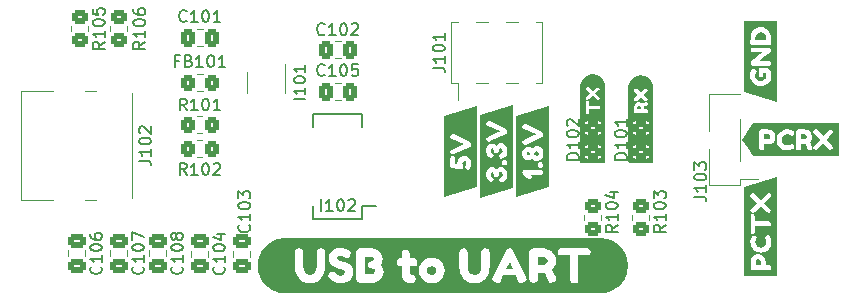
<source format=gto>
G04 #@! TF.GenerationSoftware,KiCad,Pcbnew,6.0.6*
G04 #@! TF.CreationDate,2022-07-17T12:38:06-07:00*
G04 #@! TF.ProjectId,ultimate-uart-bridge,756c7469-6d61-4746-952d-756172742d62,rev?*
G04 #@! TF.SameCoordinates,Original*
G04 #@! TF.FileFunction,Legend,Top*
G04 #@! TF.FilePolarity,Positive*
%FSLAX46Y46*%
G04 Gerber Fmt 4.6, Leading zero omitted, Abs format (unit mm)*
G04 Created by KiCad (PCBNEW 6.0.6) date 2022-07-17 12:38:06*
%MOMM*%
%LPD*%
G01*
G04 APERTURE LIST*
G04 Aperture macros list*
%AMRoundRect*
0 Rectangle with rounded corners*
0 $1 Rounding radius*
0 $2 $3 $4 $5 $6 $7 $8 $9 X,Y pos of 4 corners*
0 Add a 4 corners polygon primitive as box body*
4,1,4,$2,$3,$4,$5,$6,$7,$8,$9,$2,$3,0*
0 Add four circle primitives for the rounded corners*
1,1,$1+$1,$2,$3*
1,1,$1+$1,$4,$5*
1,1,$1+$1,$6,$7*
1,1,$1+$1,$8,$9*
0 Add four rect primitives between the rounded corners*
20,1,$1+$1,$2,$3,$4,$5,0*
20,1,$1+$1,$4,$5,$6,$7,0*
20,1,$1+$1,$6,$7,$8,$9,0*
20,1,$1+$1,$8,$9,$2,$3,0*%
G04 Aperture macros list end*
%ADD10C,0.150000*%
%ADD11C,0.120000*%
%ADD12RoundRect,0.250000X-0.450000X0.350000X-0.450000X-0.350000X0.450000X-0.350000X0.450000X0.350000X0*%
%ADD13RoundRect,0.250000X-0.475000X0.337500X-0.475000X-0.337500X0.475000X-0.337500X0.475000X0.337500X0*%
%ADD14RoundRect,0.250000X0.325000X0.450000X-0.325000X0.450000X-0.325000X-0.450000X0.325000X-0.450000X0*%
%ADD15RoundRect,0.250000X-0.350000X-0.450000X0.350000X-0.450000X0.350000X0.450000X-0.350000X0.450000X0*%
%ADD16RoundRect,0.250000X-0.337500X-0.475000X0.337500X-0.475000X0.337500X0.475000X-0.337500X0.475000X0*%
%ADD17RoundRect,0.250000X0.337500X0.475000X-0.337500X0.475000X-0.337500X-0.475000X0.337500X-0.475000X0*%
%ADD18RoundRect,0.250000X0.450000X-0.325000X0.450000X0.325000X-0.450000X0.325000X-0.450000X-0.325000X0*%
%ADD19R,1.000000X3.150000*%
%ADD20R,0.650000X1.560000*%
%ADD21R,2.510000X1.000000*%
%ADD22C,0.700000*%
%ADD23O,2.400000X0.900000*%
%ADD24O,1.700000X0.900000*%
%ADD25RoundRect,0.250000X0.450000X-0.350000X0.450000X0.350000X-0.450000X0.350000X-0.450000X-0.350000X0*%
%ADD26R,1.200000X0.400000*%
G04 APERTURE END LIST*
D10*
X103956380Y-72493047D02*
X103480190Y-72826380D01*
X103956380Y-73064476D02*
X102956380Y-73064476D01*
X102956380Y-72683523D01*
X103004000Y-72588285D01*
X103051619Y-72540666D01*
X103146857Y-72493047D01*
X103289714Y-72493047D01*
X103384952Y-72540666D01*
X103432571Y-72588285D01*
X103480190Y-72683523D01*
X103480190Y-73064476D01*
X103956380Y-71540666D02*
X103956380Y-72112095D01*
X103956380Y-71826380D02*
X102956380Y-71826380D01*
X103099238Y-71921619D01*
X103194476Y-72016857D01*
X103242095Y-72112095D01*
X102956380Y-70921619D02*
X102956380Y-70826380D01*
X103004000Y-70731142D01*
X103051619Y-70683523D01*
X103146857Y-70635904D01*
X103337333Y-70588285D01*
X103575428Y-70588285D01*
X103765904Y-70635904D01*
X103861142Y-70683523D01*
X103908761Y-70731142D01*
X103956380Y-70826380D01*
X103956380Y-70921619D01*
X103908761Y-71016857D01*
X103861142Y-71064476D01*
X103765904Y-71112095D01*
X103575428Y-71159714D01*
X103337333Y-71159714D01*
X103146857Y-71112095D01*
X103051619Y-71064476D01*
X103004000Y-71016857D01*
X102956380Y-70921619D01*
X102956380Y-69683523D02*
X102956380Y-70159714D01*
X103432571Y-70207333D01*
X103384952Y-70159714D01*
X103337333Y-70064476D01*
X103337333Y-69826380D01*
X103384952Y-69731142D01*
X103432571Y-69683523D01*
X103527809Y-69635904D01*
X103765904Y-69635904D01*
X103861142Y-69683523D01*
X103908761Y-69731142D01*
X103956380Y-69826380D01*
X103956380Y-70064476D01*
X103908761Y-70159714D01*
X103861142Y-70207333D01*
X107193142Y-91521547D02*
X107240761Y-91569166D01*
X107288380Y-91712023D01*
X107288380Y-91807261D01*
X107240761Y-91950119D01*
X107145523Y-92045357D01*
X107050285Y-92092976D01*
X106859809Y-92140595D01*
X106716952Y-92140595D01*
X106526476Y-92092976D01*
X106431238Y-92045357D01*
X106336000Y-91950119D01*
X106288380Y-91807261D01*
X106288380Y-91712023D01*
X106336000Y-91569166D01*
X106383619Y-91521547D01*
X107288380Y-90569166D02*
X107288380Y-91140595D01*
X107288380Y-90854880D02*
X106288380Y-90854880D01*
X106431238Y-90950119D01*
X106526476Y-91045357D01*
X106574095Y-91140595D01*
X106288380Y-89950119D02*
X106288380Y-89854880D01*
X106336000Y-89759642D01*
X106383619Y-89712023D01*
X106478857Y-89664404D01*
X106669333Y-89616785D01*
X106907428Y-89616785D01*
X107097904Y-89664404D01*
X107193142Y-89712023D01*
X107240761Y-89759642D01*
X107288380Y-89854880D01*
X107288380Y-89950119D01*
X107240761Y-90045357D01*
X107193142Y-90092976D01*
X107097904Y-90140595D01*
X106907428Y-90188214D01*
X106669333Y-90188214D01*
X106478857Y-90140595D01*
X106383619Y-90092976D01*
X106336000Y-90045357D01*
X106288380Y-89950119D01*
X106288380Y-89283452D02*
X106288380Y-88616785D01*
X107288380Y-89045357D01*
X116181142Y-87987047D02*
X116228761Y-88034666D01*
X116276380Y-88177523D01*
X116276380Y-88272761D01*
X116228761Y-88415619D01*
X116133523Y-88510857D01*
X116038285Y-88558476D01*
X115847809Y-88606095D01*
X115704952Y-88606095D01*
X115514476Y-88558476D01*
X115419238Y-88510857D01*
X115324000Y-88415619D01*
X115276380Y-88272761D01*
X115276380Y-88177523D01*
X115324000Y-88034666D01*
X115371619Y-87987047D01*
X116276380Y-87034666D02*
X116276380Y-87606095D01*
X116276380Y-87320380D02*
X115276380Y-87320380D01*
X115419238Y-87415619D01*
X115514476Y-87510857D01*
X115562095Y-87606095D01*
X115276380Y-86415619D02*
X115276380Y-86320380D01*
X115324000Y-86225142D01*
X115371619Y-86177523D01*
X115466857Y-86129904D01*
X115657333Y-86082285D01*
X115895428Y-86082285D01*
X116085904Y-86129904D01*
X116181142Y-86177523D01*
X116228761Y-86225142D01*
X116276380Y-86320380D01*
X116276380Y-86415619D01*
X116228761Y-86510857D01*
X116181142Y-86558476D01*
X116085904Y-86606095D01*
X115895428Y-86653714D01*
X115657333Y-86653714D01*
X115466857Y-86606095D01*
X115371619Y-86558476D01*
X115324000Y-86510857D01*
X115276380Y-86415619D01*
X115276380Y-85748952D02*
X115276380Y-85129904D01*
X115657333Y-85463238D01*
X115657333Y-85320380D01*
X115704952Y-85225142D01*
X115752571Y-85177523D01*
X115847809Y-85129904D01*
X116085904Y-85129904D01*
X116181142Y-85177523D01*
X116228761Y-85225142D01*
X116276380Y-85320380D01*
X116276380Y-85606095D01*
X116228761Y-85701333D01*
X116181142Y-85748952D01*
X147390380Y-87987047D02*
X146914190Y-88320380D01*
X147390380Y-88558476D02*
X146390380Y-88558476D01*
X146390380Y-88177523D01*
X146438000Y-88082285D01*
X146485619Y-88034666D01*
X146580857Y-87987047D01*
X146723714Y-87987047D01*
X146818952Y-88034666D01*
X146866571Y-88082285D01*
X146914190Y-88177523D01*
X146914190Y-88558476D01*
X147390380Y-87034666D02*
X147390380Y-87606095D01*
X147390380Y-87320380D02*
X146390380Y-87320380D01*
X146533238Y-87415619D01*
X146628476Y-87510857D01*
X146676095Y-87606095D01*
X146390380Y-86415619D02*
X146390380Y-86320380D01*
X146438000Y-86225142D01*
X146485619Y-86177523D01*
X146580857Y-86129904D01*
X146771333Y-86082285D01*
X147009428Y-86082285D01*
X147199904Y-86129904D01*
X147295142Y-86177523D01*
X147342761Y-86225142D01*
X147390380Y-86320380D01*
X147390380Y-86415619D01*
X147342761Y-86510857D01*
X147295142Y-86558476D01*
X147199904Y-86606095D01*
X147009428Y-86653714D01*
X146771333Y-86653714D01*
X146580857Y-86606095D01*
X146485619Y-86558476D01*
X146438000Y-86510857D01*
X146390380Y-86415619D01*
X146723714Y-85225142D02*
X147390380Y-85225142D01*
X146342761Y-85463238D02*
X147057047Y-85701333D01*
X147057047Y-85082285D01*
X110228285Y-74096571D02*
X109894952Y-74096571D01*
X109894952Y-74620380D02*
X109894952Y-73620380D01*
X110371142Y-73620380D01*
X111085428Y-74096571D02*
X111228285Y-74144190D01*
X111275904Y-74191809D01*
X111323523Y-74287047D01*
X111323523Y-74429904D01*
X111275904Y-74525142D01*
X111228285Y-74572761D01*
X111133047Y-74620380D01*
X110752095Y-74620380D01*
X110752095Y-73620380D01*
X111085428Y-73620380D01*
X111180666Y-73668000D01*
X111228285Y-73715619D01*
X111275904Y-73810857D01*
X111275904Y-73906095D01*
X111228285Y-74001333D01*
X111180666Y-74048952D01*
X111085428Y-74096571D01*
X110752095Y-74096571D01*
X112275904Y-74620380D02*
X111704476Y-74620380D01*
X111990190Y-74620380D02*
X111990190Y-73620380D01*
X111894952Y-73763238D01*
X111799714Y-73858476D01*
X111704476Y-73906095D01*
X112894952Y-73620380D02*
X112990190Y-73620380D01*
X113085428Y-73668000D01*
X113133047Y-73715619D01*
X113180666Y-73810857D01*
X113228285Y-74001333D01*
X113228285Y-74239428D01*
X113180666Y-74429904D01*
X113133047Y-74525142D01*
X113085428Y-74572761D01*
X112990190Y-74620380D01*
X112894952Y-74620380D01*
X112799714Y-74572761D01*
X112752095Y-74525142D01*
X112704476Y-74429904D01*
X112656857Y-74239428D01*
X112656857Y-74001333D01*
X112704476Y-73810857D01*
X112752095Y-73715619D01*
X112799714Y-73668000D01*
X112894952Y-73620380D01*
X114180666Y-74620380D02*
X113609238Y-74620380D01*
X113894952Y-74620380D02*
X113894952Y-73620380D01*
X113799714Y-73763238D01*
X113704476Y-73858476D01*
X113609238Y-73906095D01*
X110894952Y-78304380D02*
X110561619Y-77828190D01*
X110323523Y-78304380D02*
X110323523Y-77304380D01*
X110704476Y-77304380D01*
X110799714Y-77352000D01*
X110847333Y-77399619D01*
X110894952Y-77494857D01*
X110894952Y-77637714D01*
X110847333Y-77732952D01*
X110799714Y-77780571D01*
X110704476Y-77828190D01*
X110323523Y-77828190D01*
X111847333Y-78304380D02*
X111275904Y-78304380D01*
X111561619Y-78304380D02*
X111561619Y-77304380D01*
X111466380Y-77447238D01*
X111371142Y-77542476D01*
X111275904Y-77590095D01*
X112466380Y-77304380D02*
X112561619Y-77304380D01*
X112656857Y-77352000D01*
X112704476Y-77399619D01*
X112752095Y-77494857D01*
X112799714Y-77685333D01*
X112799714Y-77923428D01*
X112752095Y-78113904D01*
X112704476Y-78209142D01*
X112656857Y-78256761D01*
X112561619Y-78304380D01*
X112466380Y-78304380D01*
X112371142Y-78256761D01*
X112323523Y-78209142D01*
X112275904Y-78113904D01*
X112228285Y-77923428D01*
X112228285Y-77685333D01*
X112275904Y-77494857D01*
X112323523Y-77399619D01*
X112371142Y-77352000D01*
X112466380Y-77304380D01*
X113752095Y-78304380D02*
X113180666Y-78304380D01*
X113466380Y-78304380D02*
X113466380Y-77304380D01*
X113371142Y-77447238D01*
X113275904Y-77542476D01*
X113180666Y-77590095D01*
X114051142Y-91543047D02*
X114098761Y-91590666D01*
X114146380Y-91733523D01*
X114146380Y-91828761D01*
X114098761Y-91971619D01*
X114003523Y-92066857D01*
X113908285Y-92114476D01*
X113717809Y-92162095D01*
X113574952Y-92162095D01*
X113384476Y-92114476D01*
X113289238Y-92066857D01*
X113194000Y-91971619D01*
X113146380Y-91828761D01*
X113146380Y-91733523D01*
X113194000Y-91590666D01*
X113241619Y-91543047D01*
X114146380Y-90590666D02*
X114146380Y-91162095D01*
X114146380Y-90876380D02*
X113146380Y-90876380D01*
X113289238Y-90971619D01*
X113384476Y-91066857D01*
X113432095Y-91162095D01*
X113146380Y-89971619D02*
X113146380Y-89876380D01*
X113194000Y-89781142D01*
X113241619Y-89733523D01*
X113336857Y-89685904D01*
X113527333Y-89638285D01*
X113765428Y-89638285D01*
X113955904Y-89685904D01*
X114051142Y-89733523D01*
X114098761Y-89781142D01*
X114146380Y-89876380D01*
X114146380Y-89971619D01*
X114098761Y-90066857D01*
X114051142Y-90114476D01*
X113955904Y-90162095D01*
X113765428Y-90209714D01*
X113527333Y-90209714D01*
X113336857Y-90162095D01*
X113241619Y-90114476D01*
X113194000Y-90066857D01*
X113146380Y-89971619D01*
X113479714Y-88781142D02*
X114146380Y-88781142D01*
X113098761Y-89019238D02*
X113813047Y-89257333D01*
X113813047Y-88638285D01*
X122578952Y-71829142D02*
X122531333Y-71876761D01*
X122388476Y-71924380D01*
X122293238Y-71924380D01*
X122150380Y-71876761D01*
X122055142Y-71781523D01*
X122007523Y-71686285D01*
X121959904Y-71495809D01*
X121959904Y-71352952D01*
X122007523Y-71162476D01*
X122055142Y-71067238D01*
X122150380Y-70972000D01*
X122293238Y-70924380D01*
X122388476Y-70924380D01*
X122531333Y-70972000D01*
X122578952Y-71019619D01*
X123531333Y-71924380D02*
X122959904Y-71924380D01*
X123245619Y-71924380D02*
X123245619Y-70924380D01*
X123150380Y-71067238D01*
X123055142Y-71162476D01*
X122959904Y-71210095D01*
X124150380Y-70924380D02*
X124245619Y-70924380D01*
X124340857Y-70972000D01*
X124388476Y-71019619D01*
X124436095Y-71114857D01*
X124483714Y-71305333D01*
X124483714Y-71543428D01*
X124436095Y-71733904D01*
X124388476Y-71829142D01*
X124340857Y-71876761D01*
X124245619Y-71924380D01*
X124150380Y-71924380D01*
X124055142Y-71876761D01*
X124007523Y-71829142D01*
X123959904Y-71733904D01*
X123912285Y-71543428D01*
X123912285Y-71305333D01*
X123959904Y-71114857D01*
X124007523Y-71019619D01*
X124055142Y-70972000D01*
X124150380Y-70924380D01*
X124864666Y-71019619D02*
X124912285Y-70972000D01*
X125007523Y-70924380D01*
X125245619Y-70924380D01*
X125340857Y-70972000D01*
X125388476Y-71019619D01*
X125436095Y-71114857D01*
X125436095Y-71210095D01*
X125388476Y-71352952D01*
X124817047Y-71924380D01*
X125436095Y-71924380D01*
X151454380Y-87987047D02*
X150978190Y-88320380D01*
X151454380Y-88558476D02*
X150454380Y-88558476D01*
X150454380Y-88177523D01*
X150502000Y-88082285D01*
X150549619Y-88034666D01*
X150644857Y-87987047D01*
X150787714Y-87987047D01*
X150882952Y-88034666D01*
X150930571Y-88082285D01*
X150978190Y-88177523D01*
X150978190Y-88558476D01*
X151454380Y-87034666D02*
X151454380Y-87606095D01*
X151454380Y-87320380D02*
X150454380Y-87320380D01*
X150597238Y-87415619D01*
X150692476Y-87510857D01*
X150740095Y-87606095D01*
X150454380Y-86415619D02*
X150454380Y-86320380D01*
X150502000Y-86225142D01*
X150549619Y-86177523D01*
X150644857Y-86129904D01*
X150835333Y-86082285D01*
X151073428Y-86082285D01*
X151263904Y-86129904D01*
X151359142Y-86177523D01*
X151406761Y-86225142D01*
X151454380Y-86320380D01*
X151454380Y-86415619D01*
X151406761Y-86510857D01*
X151359142Y-86558476D01*
X151263904Y-86606095D01*
X151073428Y-86653714D01*
X150835333Y-86653714D01*
X150644857Y-86606095D01*
X150549619Y-86558476D01*
X150502000Y-86510857D01*
X150454380Y-86415619D01*
X150454380Y-85748952D02*
X150454380Y-85129904D01*
X150835333Y-85463238D01*
X150835333Y-85320380D01*
X150882952Y-85225142D01*
X150930571Y-85177523D01*
X151025809Y-85129904D01*
X151263904Y-85129904D01*
X151359142Y-85177523D01*
X151406761Y-85225142D01*
X151454380Y-85320380D01*
X151454380Y-85606095D01*
X151406761Y-85701333D01*
X151359142Y-85748952D01*
X110894952Y-70715142D02*
X110847333Y-70762761D01*
X110704476Y-70810380D01*
X110609238Y-70810380D01*
X110466380Y-70762761D01*
X110371142Y-70667523D01*
X110323523Y-70572285D01*
X110275904Y-70381809D01*
X110275904Y-70238952D01*
X110323523Y-70048476D01*
X110371142Y-69953238D01*
X110466380Y-69858000D01*
X110609238Y-69810380D01*
X110704476Y-69810380D01*
X110847333Y-69858000D01*
X110894952Y-69905619D01*
X111847333Y-70810380D02*
X111275904Y-70810380D01*
X111561619Y-70810380D02*
X111561619Y-69810380D01*
X111466380Y-69953238D01*
X111371142Y-70048476D01*
X111275904Y-70096095D01*
X112466380Y-69810380D02*
X112561619Y-69810380D01*
X112656857Y-69858000D01*
X112704476Y-69905619D01*
X112752095Y-70000857D01*
X112799714Y-70191333D01*
X112799714Y-70429428D01*
X112752095Y-70619904D01*
X112704476Y-70715142D01*
X112656857Y-70762761D01*
X112561619Y-70810380D01*
X112466380Y-70810380D01*
X112371142Y-70762761D01*
X112323523Y-70715142D01*
X112275904Y-70619904D01*
X112228285Y-70429428D01*
X112228285Y-70191333D01*
X112275904Y-70000857D01*
X112323523Y-69905619D01*
X112371142Y-69858000D01*
X112466380Y-69810380D01*
X113752095Y-70810380D02*
X113180666Y-70810380D01*
X113466380Y-70810380D02*
X113466380Y-69810380D01*
X113371142Y-69953238D01*
X113275904Y-70048476D01*
X113180666Y-70096095D01*
X144090380Y-82462476D02*
X143090380Y-82462476D01*
X143090380Y-82224380D01*
X143138000Y-82081523D01*
X143233238Y-81986285D01*
X143328476Y-81938666D01*
X143518952Y-81891047D01*
X143661809Y-81891047D01*
X143852285Y-81938666D01*
X143947523Y-81986285D01*
X144042761Y-82081523D01*
X144090380Y-82224380D01*
X144090380Y-82462476D01*
X144090380Y-80938666D02*
X144090380Y-81510095D01*
X144090380Y-81224380D02*
X143090380Y-81224380D01*
X143233238Y-81319619D01*
X143328476Y-81414857D01*
X143376095Y-81510095D01*
X143090380Y-80319619D02*
X143090380Y-80224380D01*
X143138000Y-80129142D01*
X143185619Y-80081523D01*
X143280857Y-80033904D01*
X143471333Y-79986285D01*
X143709428Y-79986285D01*
X143899904Y-80033904D01*
X143995142Y-80081523D01*
X144042761Y-80129142D01*
X144090380Y-80224380D01*
X144090380Y-80319619D01*
X144042761Y-80414857D01*
X143995142Y-80462476D01*
X143899904Y-80510095D01*
X143709428Y-80557714D01*
X143471333Y-80557714D01*
X143280857Y-80510095D01*
X143185619Y-80462476D01*
X143138000Y-80414857D01*
X143090380Y-80319619D01*
X143185619Y-79605333D02*
X143138000Y-79557714D01*
X143090380Y-79462476D01*
X143090380Y-79224380D01*
X143138000Y-79129142D01*
X143185619Y-79081523D01*
X143280857Y-79033904D01*
X143376095Y-79033904D01*
X143518952Y-79081523D01*
X144090380Y-79652952D01*
X144090380Y-79033904D01*
X110894952Y-83764380D02*
X110561619Y-83288190D01*
X110323523Y-83764380D02*
X110323523Y-82764380D01*
X110704476Y-82764380D01*
X110799714Y-82812000D01*
X110847333Y-82859619D01*
X110894952Y-82954857D01*
X110894952Y-83097714D01*
X110847333Y-83192952D01*
X110799714Y-83240571D01*
X110704476Y-83288190D01*
X110323523Y-83288190D01*
X111847333Y-83764380D02*
X111275904Y-83764380D01*
X111561619Y-83764380D02*
X111561619Y-82764380D01*
X111466380Y-82907238D01*
X111371142Y-83002476D01*
X111275904Y-83050095D01*
X112466380Y-82764380D02*
X112561619Y-82764380D01*
X112656857Y-82812000D01*
X112704476Y-82859619D01*
X112752095Y-82954857D01*
X112799714Y-83145333D01*
X112799714Y-83383428D01*
X112752095Y-83573904D01*
X112704476Y-83669142D01*
X112656857Y-83716761D01*
X112561619Y-83764380D01*
X112466380Y-83764380D01*
X112371142Y-83716761D01*
X112323523Y-83669142D01*
X112275904Y-83573904D01*
X112228285Y-83383428D01*
X112228285Y-83145333D01*
X112275904Y-82954857D01*
X112323523Y-82859619D01*
X112371142Y-82812000D01*
X112466380Y-82764380D01*
X113180666Y-82859619D02*
X113228285Y-82812000D01*
X113323523Y-82764380D01*
X113561619Y-82764380D01*
X113656857Y-82812000D01*
X113704476Y-82859619D01*
X113752095Y-82954857D01*
X113752095Y-83050095D01*
X113704476Y-83192952D01*
X113133047Y-83764380D01*
X113752095Y-83764380D01*
X122578952Y-75287142D02*
X122531333Y-75334761D01*
X122388476Y-75382380D01*
X122293238Y-75382380D01*
X122150380Y-75334761D01*
X122055142Y-75239523D01*
X122007523Y-75144285D01*
X121959904Y-74953809D01*
X121959904Y-74810952D01*
X122007523Y-74620476D01*
X122055142Y-74525238D01*
X122150380Y-74430000D01*
X122293238Y-74382380D01*
X122388476Y-74382380D01*
X122531333Y-74430000D01*
X122578952Y-74477619D01*
X123531333Y-75382380D02*
X122959904Y-75382380D01*
X123245619Y-75382380D02*
X123245619Y-74382380D01*
X123150380Y-74525238D01*
X123055142Y-74620476D01*
X122959904Y-74668095D01*
X124150380Y-74382380D02*
X124245619Y-74382380D01*
X124340857Y-74430000D01*
X124388476Y-74477619D01*
X124436095Y-74572857D01*
X124483714Y-74763333D01*
X124483714Y-75001428D01*
X124436095Y-75191904D01*
X124388476Y-75287142D01*
X124340857Y-75334761D01*
X124245619Y-75382380D01*
X124150380Y-75382380D01*
X124055142Y-75334761D01*
X124007523Y-75287142D01*
X123959904Y-75191904D01*
X123912285Y-75001428D01*
X123912285Y-74763333D01*
X123959904Y-74572857D01*
X124007523Y-74477619D01*
X124055142Y-74430000D01*
X124150380Y-74382380D01*
X125388476Y-74382380D02*
X124912285Y-74382380D01*
X124864666Y-74858571D01*
X124912285Y-74810952D01*
X125007523Y-74763333D01*
X125245619Y-74763333D01*
X125340857Y-74810952D01*
X125388476Y-74858571D01*
X125436095Y-74953809D01*
X125436095Y-75191904D01*
X125388476Y-75287142D01*
X125340857Y-75334761D01*
X125245619Y-75382380D01*
X125007523Y-75382380D01*
X124912285Y-75334761D01*
X124864666Y-75287142D01*
X131742380Y-74691714D02*
X132456666Y-74691714D01*
X132599523Y-74739333D01*
X132694761Y-74834571D01*
X132742380Y-74977428D01*
X132742380Y-75072666D01*
X132742380Y-73691714D02*
X132742380Y-74263142D01*
X132742380Y-73977428D02*
X131742380Y-73977428D01*
X131885238Y-74072666D01*
X131980476Y-74167904D01*
X132028095Y-74263142D01*
X131742380Y-73072666D02*
X131742380Y-72977428D01*
X131790000Y-72882190D01*
X131837619Y-72834571D01*
X131932857Y-72786952D01*
X132123333Y-72739333D01*
X132361428Y-72739333D01*
X132551904Y-72786952D01*
X132647142Y-72834571D01*
X132694761Y-72882190D01*
X132742380Y-72977428D01*
X132742380Y-73072666D01*
X132694761Y-73167904D01*
X132647142Y-73215523D01*
X132551904Y-73263142D01*
X132361428Y-73310761D01*
X132123333Y-73310761D01*
X131932857Y-73263142D01*
X131837619Y-73215523D01*
X131790000Y-73167904D01*
X131742380Y-73072666D01*
X132742380Y-71786952D02*
X132742380Y-72358380D01*
X132742380Y-72072666D02*
X131742380Y-72072666D01*
X131885238Y-72167904D01*
X131980476Y-72263142D01*
X132028095Y-72358380D01*
X148154380Y-82462476D02*
X147154380Y-82462476D01*
X147154380Y-82224380D01*
X147202000Y-82081523D01*
X147297238Y-81986285D01*
X147392476Y-81938666D01*
X147582952Y-81891047D01*
X147725809Y-81891047D01*
X147916285Y-81938666D01*
X148011523Y-81986285D01*
X148106761Y-82081523D01*
X148154380Y-82224380D01*
X148154380Y-82462476D01*
X148154380Y-80938666D02*
X148154380Y-81510095D01*
X148154380Y-81224380D02*
X147154380Y-81224380D01*
X147297238Y-81319619D01*
X147392476Y-81414857D01*
X147440095Y-81510095D01*
X147154380Y-80319619D02*
X147154380Y-80224380D01*
X147202000Y-80129142D01*
X147249619Y-80081523D01*
X147344857Y-80033904D01*
X147535333Y-79986285D01*
X147773428Y-79986285D01*
X147963904Y-80033904D01*
X148059142Y-80081523D01*
X148106761Y-80129142D01*
X148154380Y-80224380D01*
X148154380Y-80319619D01*
X148106761Y-80414857D01*
X148059142Y-80462476D01*
X147963904Y-80510095D01*
X147773428Y-80557714D01*
X147535333Y-80557714D01*
X147344857Y-80510095D01*
X147249619Y-80462476D01*
X147202000Y-80414857D01*
X147154380Y-80319619D01*
X148154380Y-79033904D02*
X148154380Y-79605333D01*
X148154380Y-79319619D02*
X147154380Y-79319619D01*
X147297238Y-79414857D01*
X147392476Y-79510095D01*
X147440095Y-79605333D01*
X120954380Y-77374571D02*
X119954380Y-77374571D01*
X120954380Y-76374571D02*
X120954380Y-76946000D01*
X120954380Y-76660285D02*
X119954380Y-76660285D01*
X120097238Y-76755523D01*
X120192476Y-76850761D01*
X120240095Y-76946000D01*
X119954380Y-75755523D02*
X119954380Y-75660285D01*
X120002000Y-75565047D01*
X120049619Y-75517428D01*
X120144857Y-75469809D01*
X120335333Y-75422190D01*
X120573428Y-75422190D01*
X120763904Y-75469809D01*
X120859142Y-75517428D01*
X120906761Y-75565047D01*
X120954380Y-75660285D01*
X120954380Y-75755523D01*
X120906761Y-75850761D01*
X120859142Y-75898380D01*
X120763904Y-75946000D01*
X120573428Y-75993619D01*
X120335333Y-75993619D01*
X120144857Y-75946000D01*
X120049619Y-75898380D01*
X120002000Y-75850761D01*
X119954380Y-75755523D01*
X120954380Y-74469809D02*
X120954380Y-75041238D01*
X120954380Y-74755523D02*
X119954380Y-74755523D01*
X120097238Y-74850761D01*
X120192476Y-74946000D01*
X120240095Y-75041238D01*
X103637142Y-91521547D02*
X103684761Y-91569166D01*
X103732380Y-91712023D01*
X103732380Y-91807261D01*
X103684761Y-91950119D01*
X103589523Y-92045357D01*
X103494285Y-92092976D01*
X103303809Y-92140595D01*
X103160952Y-92140595D01*
X102970476Y-92092976D01*
X102875238Y-92045357D01*
X102780000Y-91950119D01*
X102732380Y-91807261D01*
X102732380Y-91712023D01*
X102780000Y-91569166D01*
X102827619Y-91521547D01*
X103732380Y-90569166D02*
X103732380Y-91140595D01*
X103732380Y-90854880D02*
X102732380Y-90854880D01*
X102875238Y-90950119D01*
X102970476Y-91045357D01*
X103018095Y-91140595D01*
X102732380Y-89950119D02*
X102732380Y-89854880D01*
X102780000Y-89759642D01*
X102827619Y-89712023D01*
X102922857Y-89664404D01*
X103113333Y-89616785D01*
X103351428Y-89616785D01*
X103541904Y-89664404D01*
X103637142Y-89712023D01*
X103684761Y-89759642D01*
X103732380Y-89854880D01*
X103732380Y-89950119D01*
X103684761Y-90045357D01*
X103637142Y-90092976D01*
X103541904Y-90140595D01*
X103351428Y-90188214D01*
X103113333Y-90188214D01*
X102922857Y-90140595D01*
X102827619Y-90092976D01*
X102780000Y-90045357D01*
X102732380Y-89950119D01*
X102732380Y-88759642D02*
X102732380Y-88950119D01*
X102780000Y-89045357D01*
X102827619Y-89092976D01*
X102970476Y-89188214D01*
X103160952Y-89235833D01*
X103541904Y-89235833D01*
X103637142Y-89188214D01*
X103684761Y-89140595D01*
X103732380Y-89045357D01*
X103732380Y-88854880D01*
X103684761Y-88759642D01*
X103637142Y-88712023D01*
X103541904Y-88664404D01*
X103303809Y-88664404D01*
X103208571Y-88712023D01*
X103160952Y-88759642D01*
X103113333Y-88854880D01*
X103113333Y-89045357D01*
X103160952Y-89140595D01*
X103208571Y-89188214D01*
X103303809Y-89235833D01*
X153884380Y-85613714D02*
X154598666Y-85613714D01*
X154741523Y-85661333D01*
X154836761Y-85756571D01*
X154884380Y-85899428D01*
X154884380Y-85994666D01*
X154884380Y-84613714D02*
X154884380Y-85185142D01*
X154884380Y-84899428D02*
X153884380Y-84899428D01*
X154027238Y-84994666D01*
X154122476Y-85089904D01*
X154170095Y-85185142D01*
X153884380Y-83994666D02*
X153884380Y-83899428D01*
X153932000Y-83804190D01*
X153979619Y-83756571D01*
X154074857Y-83708952D01*
X154265333Y-83661333D01*
X154503428Y-83661333D01*
X154693904Y-83708952D01*
X154789142Y-83756571D01*
X154836761Y-83804190D01*
X154884380Y-83899428D01*
X154884380Y-83994666D01*
X154836761Y-84089904D01*
X154789142Y-84137523D01*
X154693904Y-84185142D01*
X154503428Y-84232761D01*
X154265333Y-84232761D01*
X154074857Y-84185142D01*
X153979619Y-84137523D01*
X153932000Y-84089904D01*
X153884380Y-83994666D01*
X153884380Y-83328000D02*
X153884380Y-82708952D01*
X154265333Y-83042285D01*
X154265333Y-82899428D01*
X154312952Y-82804190D01*
X154360571Y-82756571D01*
X154455809Y-82708952D01*
X154693904Y-82708952D01*
X154789142Y-82756571D01*
X154836761Y-82804190D01*
X154884380Y-82899428D01*
X154884380Y-83185142D01*
X154836761Y-83280380D01*
X154789142Y-83328000D01*
X106877380Y-82565714D02*
X107591666Y-82565714D01*
X107734523Y-82613333D01*
X107829761Y-82708571D01*
X107877380Y-82851428D01*
X107877380Y-82946666D01*
X107877380Y-81565714D02*
X107877380Y-82137142D01*
X107877380Y-81851428D02*
X106877380Y-81851428D01*
X107020238Y-81946666D01*
X107115476Y-82041904D01*
X107163095Y-82137142D01*
X106877380Y-80946666D02*
X106877380Y-80851428D01*
X106925000Y-80756190D01*
X106972619Y-80708571D01*
X107067857Y-80660952D01*
X107258333Y-80613333D01*
X107496428Y-80613333D01*
X107686904Y-80660952D01*
X107782142Y-80708571D01*
X107829761Y-80756190D01*
X107877380Y-80851428D01*
X107877380Y-80946666D01*
X107829761Y-81041904D01*
X107782142Y-81089523D01*
X107686904Y-81137142D01*
X107496428Y-81184761D01*
X107258333Y-81184761D01*
X107067857Y-81137142D01*
X106972619Y-81089523D01*
X106925000Y-81041904D01*
X106877380Y-80946666D01*
X106972619Y-80232380D02*
X106925000Y-80184761D01*
X106877380Y-80089523D01*
X106877380Y-79851428D01*
X106925000Y-79756190D01*
X106972619Y-79708571D01*
X107067857Y-79660952D01*
X107163095Y-79660952D01*
X107305952Y-79708571D01*
X107877380Y-80280000D01*
X107877380Y-79660952D01*
X107386380Y-72493047D02*
X106910190Y-72826380D01*
X107386380Y-73064476D02*
X106386380Y-73064476D01*
X106386380Y-72683523D01*
X106434000Y-72588285D01*
X106481619Y-72540666D01*
X106576857Y-72493047D01*
X106719714Y-72493047D01*
X106814952Y-72540666D01*
X106862571Y-72588285D01*
X106910190Y-72683523D01*
X106910190Y-73064476D01*
X107386380Y-71540666D02*
X107386380Y-72112095D01*
X107386380Y-71826380D02*
X106386380Y-71826380D01*
X106529238Y-71921619D01*
X106624476Y-72016857D01*
X106672095Y-72112095D01*
X106386380Y-70921619D02*
X106386380Y-70826380D01*
X106434000Y-70731142D01*
X106481619Y-70683523D01*
X106576857Y-70635904D01*
X106767333Y-70588285D01*
X107005428Y-70588285D01*
X107195904Y-70635904D01*
X107291142Y-70683523D01*
X107338761Y-70731142D01*
X107386380Y-70826380D01*
X107386380Y-70921619D01*
X107338761Y-71016857D01*
X107291142Y-71064476D01*
X107195904Y-71112095D01*
X107005428Y-71159714D01*
X106767333Y-71159714D01*
X106576857Y-71112095D01*
X106481619Y-71064476D01*
X106434000Y-71016857D01*
X106386380Y-70921619D01*
X106386380Y-69731142D02*
X106386380Y-69921619D01*
X106434000Y-70016857D01*
X106481619Y-70064476D01*
X106624476Y-70159714D01*
X106814952Y-70207333D01*
X107195904Y-70207333D01*
X107291142Y-70159714D01*
X107338761Y-70112095D01*
X107386380Y-70016857D01*
X107386380Y-69826380D01*
X107338761Y-69731142D01*
X107291142Y-69683523D01*
X107195904Y-69635904D01*
X106957809Y-69635904D01*
X106862571Y-69683523D01*
X106814952Y-69731142D01*
X106767333Y-69826380D01*
X106767333Y-70016857D01*
X106814952Y-70112095D01*
X106862571Y-70159714D01*
X106957809Y-70207333D01*
X110495142Y-91521547D02*
X110542761Y-91569166D01*
X110590380Y-91712023D01*
X110590380Y-91807261D01*
X110542761Y-91950119D01*
X110447523Y-92045357D01*
X110352285Y-92092976D01*
X110161809Y-92140595D01*
X110018952Y-92140595D01*
X109828476Y-92092976D01*
X109733238Y-92045357D01*
X109638000Y-91950119D01*
X109590380Y-91807261D01*
X109590380Y-91712023D01*
X109638000Y-91569166D01*
X109685619Y-91521547D01*
X110590380Y-90569166D02*
X110590380Y-91140595D01*
X110590380Y-90854880D02*
X109590380Y-90854880D01*
X109733238Y-90950119D01*
X109828476Y-91045357D01*
X109876095Y-91140595D01*
X109590380Y-89950119D02*
X109590380Y-89854880D01*
X109638000Y-89759642D01*
X109685619Y-89712023D01*
X109780857Y-89664404D01*
X109971333Y-89616785D01*
X110209428Y-89616785D01*
X110399904Y-89664404D01*
X110495142Y-89712023D01*
X110542761Y-89759642D01*
X110590380Y-89854880D01*
X110590380Y-89950119D01*
X110542761Y-90045357D01*
X110495142Y-90092976D01*
X110399904Y-90140595D01*
X110209428Y-90188214D01*
X109971333Y-90188214D01*
X109780857Y-90140595D01*
X109685619Y-90092976D01*
X109638000Y-90045357D01*
X109590380Y-89950119D01*
X110018952Y-89045357D02*
X109971333Y-89140595D01*
X109923714Y-89188214D01*
X109828476Y-89235833D01*
X109780857Y-89235833D01*
X109685619Y-89188214D01*
X109638000Y-89140595D01*
X109590380Y-89045357D01*
X109590380Y-88854880D01*
X109638000Y-88759642D01*
X109685619Y-88712023D01*
X109780857Y-88664404D01*
X109828476Y-88664404D01*
X109923714Y-88712023D01*
X109971333Y-88759642D01*
X110018952Y-88854880D01*
X110018952Y-89045357D01*
X110066571Y-89140595D01*
X110114190Y-89188214D01*
X110209428Y-89235833D01*
X110399904Y-89235833D01*
X110495142Y-89188214D01*
X110542761Y-89140595D01*
X110590380Y-89045357D01*
X110590380Y-88854880D01*
X110542761Y-88759642D01*
X110495142Y-88712023D01*
X110399904Y-88664404D01*
X110209428Y-88664404D01*
X110114190Y-88712023D01*
X110066571Y-88759642D01*
X110018952Y-88854880D01*
X122269428Y-86812380D02*
X122269428Y-85812380D01*
X123269428Y-86812380D02*
X122698000Y-86812380D01*
X122983714Y-86812380D02*
X122983714Y-85812380D01*
X122888476Y-85955238D01*
X122793238Y-86050476D01*
X122698000Y-86098095D01*
X123888476Y-85812380D02*
X123983714Y-85812380D01*
X124078952Y-85860000D01*
X124126571Y-85907619D01*
X124174190Y-86002857D01*
X124221809Y-86193333D01*
X124221809Y-86431428D01*
X124174190Y-86621904D01*
X124126571Y-86717142D01*
X124078952Y-86764761D01*
X123983714Y-86812380D01*
X123888476Y-86812380D01*
X123793238Y-86764761D01*
X123745619Y-86717142D01*
X123698000Y-86621904D01*
X123650380Y-86431428D01*
X123650380Y-86193333D01*
X123698000Y-86002857D01*
X123745619Y-85907619D01*
X123793238Y-85860000D01*
X123888476Y-85812380D01*
X124602761Y-85907619D02*
X124650380Y-85860000D01*
X124745619Y-85812380D01*
X124983714Y-85812380D01*
X125078952Y-85860000D01*
X125126571Y-85907619D01*
X125174190Y-86002857D01*
X125174190Y-86098095D01*
X125126571Y-86240952D01*
X124555142Y-86812380D01*
X125174190Y-86812380D01*
D11*
X101119000Y-71146936D02*
X101119000Y-71601064D01*
X102589000Y-71146936D02*
X102589000Y-71601064D01*
X105891000Y-90141248D02*
X105891000Y-90663752D01*
X104421000Y-90141248D02*
X104421000Y-90663752D01*
X116305000Y-90162748D02*
X116305000Y-90685252D01*
X114835000Y-90162748D02*
X114835000Y-90685252D01*
G36*
X132719366Y-85622467D02*
G01*
X132719366Y-82979816D01*
X133224984Y-82979816D01*
X133247606Y-83076256D01*
X133298803Y-83138169D01*
X133363097Y-83172697D01*
X133413103Y-83189366D01*
X133511925Y-83203058D01*
X133779816Y-83239372D01*
X134051873Y-83275091D01*
X134163197Y-83286997D01*
X134221538Y-83260803D01*
X134294166Y-83150075D01*
X134339409Y-83000056D01*
X134284641Y-82870278D01*
X134241778Y-82755978D01*
X134288213Y-82628581D01*
X134414419Y-82572622D01*
X134539434Y-82623819D01*
X134584678Y-82780981D01*
X134534672Y-82929809D01*
X134458472Y-83089353D01*
X134537053Y-83227466D01*
X134691834Y-83315572D01*
X134834709Y-83225084D01*
X134851378Y-83206034D01*
X134896622Y-83146503D01*
X134958799Y-83022678D01*
X134996105Y-82889328D01*
X135008541Y-82746453D01*
X134988829Y-82585851D01*
X134929695Y-82443770D01*
X134831138Y-82320209D01*
X134705196Y-82224959D01*
X134563908Y-82167809D01*
X134407275Y-82148759D01*
X134251435Y-82168868D01*
X134112529Y-82229193D01*
X133990556Y-82329734D01*
X133895968Y-82455411D01*
X133839215Y-82591143D01*
X133820297Y-82736928D01*
X133825059Y-82820272D01*
X133644084Y-82796459D01*
X133644084Y-82379741D01*
X133640513Y-82302350D01*
X133617891Y-82244009D01*
X133558955Y-82199361D01*
X133444059Y-82184478D01*
X133317853Y-82200552D01*
X133253559Y-82248772D01*
X133230937Y-82310684D01*
X133227366Y-82394028D01*
X133227366Y-82617866D01*
X133224984Y-82979816D01*
X132719366Y-82979816D01*
X132719366Y-81792763D01*
X133215459Y-81792763D01*
X133255941Y-81913016D01*
X133328569Y-82018386D01*
X133408341Y-82053509D01*
X133522641Y-82017791D01*
X134856141Y-81360566D01*
X134940675Y-81280794D01*
X134972822Y-81167684D01*
X134972822Y-81143872D01*
X134940675Y-81033144D01*
X134856141Y-80953372D01*
X133522641Y-80296147D01*
X133408341Y-80260428D01*
X133328569Y-80295552D01*
X133255941Y-80400922D01*
X133215459Y-80541416D01*
X133279753Y-80646191D01*
X133351191Y-80679528D01*
X134394178Y-81155778D01*
X134339112Y-81181674D01*
X134212013Y-81240312D01*
X134043837Y-81317703D01*
X133865541Y-81399856D01*
X133687245Y-81481712D01*
X133519069Y-81558209D01*
X133388100Y-81618038D01*
X133321425Y-81649888D01*
X133258322Y-81689178D01*
X133224984Y-81729659D01*
X133215459Y-81792763D01*
X132719366Y-81792763D01*
X132719366Y-78789113D01*
X135504634Y-77953533D01*
X135504634Y-84786887D01*
X132719366Y-85622467D01*
G37*
X144553000Y-87148936D02*
X144553000Y-87603064D01*
X146023000Y-87148936D02*
X146023000Y-87603064D01*
G36*
X139927013Y-81833244D02*
G01*
X139969875Y-81949925D01*
X139927013Y-82068987D01*
X139835334Y-82110659D01*
X139746038Y-82072559D01*
X139705556Y-81954687D01*
X139747228Y-81834434D01*
X139836525Y-81793953D01*
X139927013Y-81833244D01*
G37*
G36*
X138804650Y-85628897D02*
G01*
X138804650Y-83526312D01*
X139334081Y-83526312D01*
X139395994Y-83660853D01*
X139400756Y-83667997D01*
X139753181Y-84058522D01*
X139893675Y-84144247D01*
X140041313Y-84069237D01*
X140124656Y-83925172D01*
X140050838Y-83758484D01*
X140022263Y-83727528D01*
X140872369Y-83727528D01*
X140959284Y-83723956D01*
X141024769Y-83701334D01*
X141071203Y-83637636D01*
X141086681Y-83517978D01*
X141070608Y-83395344D01*
X141022387Y-83332241D01*
X140959284Y-83309619D01*
X140877131Y-83306047D01*
X139550775Y-83306047D01*
X139424569Y-83317953D01*
X139373372Y-83351291D01*
X139345988Y-83413203D01*
X139334081Y-83526312D01*
X138804650Y-83526312D01*
X138804650Y-82945287D01*
X140639006Y-82945287D01*
X140656866Y-83062266D01*
X140710444Y-83125072D01*
X140774738Y-83147694D01*
X140858081Y-83151266D01*
X140867606Y-83151266D01*
X141039056Y-83104831D01*
X141072989Y-83033989D01*
X141084300Y-82914331D01*
X141067036Y-82797352D01*
X141015244Y-82734547D01*
X140949759Y-82709544D01*
X140865225Y-82705972D01*
X140855700Y-82705972D01*
X140689013Y-82746453D01*
X140651508Y-82823546D01*
X140639006Y-82945287D01*
X138804650Y-82945287D01*
X138804650Y-81948734D01*
X139300744Y-81948734D01*
X139317677Y-82097959D01*
X139368477Y-82234484D01*
X139453144Y-82358309D01*
X139563740Y-82456205D01*
X139692327Y-82514943D01*
X139838906Y-82534522D01*
X140004403Y-82495231D01*
X140107988Y-82432128D01*
X140146088Y-82391647D01*
X140191331Y-82441653D01*
X140328253Y-82538094D01*
X140423801Y-82574705D01*
X140522325Y-82586909D01*
X140689806Y-82565346D01*
X140833475Y-82500655D01*
X140953331Y-82392837D01*
X141043290Y-82257768D01*
X141097265Y-82111321D01*
X141115256Y-81953497D01*
X141097132Y-81795673D01*
X141042760Y-81649226D01*
X140952141Y-81514156D01*
X140831888Y-81406339D01*
X140688616Y-81341648D01*
X140522325Y-81320084D01*
X140422908Y-81333479D01*
X140324681Y-81373662D01*
X140194903Y-81459387D01*
X140146088Y-81512966D01*
X140107988Y-81477247D01*
X139996069Y-81407000D01*
X139850813Y-81372472D01*
X139700000Y-81391522D01*
X139568238Y-81448672D01*
X139455525Y-81543922D01*
X139369535Y-81665101D01*
X139317942Y-81800039D01*
X139300744Y-81948734D01*
X138804650Y-81948734D01*
X138804650Y-80964087D01*
X139322175Y-80964087D01*
X139362656Y-81084341D01*
X139435284Y-81189711D01*
X139515056Y-81224834D01*
X139629356Y-81189116D01*
X140962856Y-80531891D01*
X141047391Y-80452119D01*
X141079538Y-80339009D01*
X141079538Y-80315197D01*
X141047391Y-80204469D01*
X140962856Y-80124697D01*
X139629356Y-79467472D01*
X139515056Y-79431753D01*
X139435284Y-79466877D01*
X139362656Y-79572247D01*
X139322175Y-79712741D01*
X139386469Y-79817516D01*
X139457906Y-79850853D01*
X140500894Y-80327103D01*
X140445827Y-80352999D01*
X140318728Y-80411637D01*
X140150552Y-80489028D01*
X139972256Y-80571181D01*
X139793960Y-80653037D01*
X139625784Y-80729534D01*
X139494816Y-80789363D01*
X139428141Y-80821213D01*
X139365037Y-80860503D01*
X139331700Y-80900984D01*
X139322175Y-80964087D01*
X138804650Y-80964087D01*
X138804650Y-78789113D01*
X141611350Y-77947103D01*
X141611350Y-84786887D01*
X138804650Y-85628897D01*
G37*
G36*
X140655675Y-81793953D02*
G01*
X140712825Y-81951116D01*
X140655675Y-82110659D01*
X140531850Y-82165428D01*
X140409216Y-82110659D01*
X140353256Y-81952306D01*
X140410406Y-81795144D01*
X140533041Y-81741566D01*
X140655675Y-81793953D01*
G37*
G36*
X144220142Y-82756177D02*
G01*
X144220142Y-78473102D01*
X144711738Y-78473102D01*
X144726025Y-78554064D01*
X144760156Y-78581052D01*
X144826038Y-78588989D01*
X144892713Y-78581052D01*
X144930019Y-78549302D01*
X144941925Y-78474689D01*
X144941925Y-78169889D01*
X145738850Y-78169889D01*
X145793619Y-78167508D01*
X145834894Y-78153220D01*
X145867438Y-78111945D01*
X145876963Y-78033364D01*
X145867438Y-77953989D01*
X145834894Y-77911920D01*
X145794413Y-77897633D01*
X145740438Y-77895252D01*
X144941925Y-77895252D01*
X144941925Y-77592039D01*
X144927638Y-77511077D01*
X144893506Y-77484089D01*
X144827625Y-77476152D01*
X144760950Y-77484089D01*
X144723644Y-77515839D01*
X144711738Y-77590452D01*
X144711738Y-78473102D01*
X144220142Y-78473102D01*
X144220142Y-77262633D01*
X144683163Y-77262633D01*
X144739519Y-77366614D01*
X144837150Y-77428527D01*
X144937163Y-77372964D01*
X145288000Y-77053877D01*
X145638838Y-77372964D01*
X145740438Y-77428527D01*
X145836481Y-77365820D01*
X145892838Y-77262633D01*
X145829338Y-77165002D01*
X145483263Y-76863377D01*
X145829338Y-76561752D01*
X145892838Y-76464120D01*
X145837275Y-76360933D01*
X145740438Y-76299814D01*
X145638838Y-76353789D01*
X145288000Y-76672877D01*
X144937163Y-76353789D01*
X144837150Y-76299814D01*
X144738725Y-76361727D01*
X144683163Y-76464120D01*
X144746663Y-76561752D01*
X145092738Y-76863377D01*
X144746663Y-77165002D01*
X144683163Y-77262633D01*
X144220142Y-77262633D01*
X144220142Y-76299682D01*
X144225284Y-76195013D01*
X144240660Y-76091353D01*
X144266123Y-75989699D01*
X144301428Y-75891030D01*
X144346233Y-75796297D01*
X144400108Y-75706411D01*
X144462534Y-75622240D01*
X144532910Y-75544592D01*
X144610558Y-75474216D01*
X144694730Y-75411790D01*
X144784615Y-75357915D01*
X144879348Y-75313109D01*
X144978017Y-75277805D01*
X145079671Y-75252342D01*
X145183332Y-75236965D01*
X145288000Y-75231823D01*
X145392668Y-75236965D01*
X145496329Y-75252342D01*
X145597983Y-75277805D01*
X145696652Y-75313109D01*
X145791385Y-75357915D01*
X145881270Y-75411790D01*
X145965442Y-75474216D01*
X146043090Y-75544592D01*
X146113466Y-75622240D01*
X146175892Y-75706411D01*
X146229767Y-75796297D01*
X146274572Y-75891030D01*
X146309877Y-75989699D01*
X146335340Y-76091353D01*
X146350716Y-76195013D01*
X146355858Y-76299682D01*
X146355858Y-82756177D01*
X144220142Y-82756177D01*
G37*
X112275252Y-76656000D02*
X111752748Y-76656000D01*
X112275252Y-75236000D02*
X111752748Y-75236000D01*
G36*
X163377033Y-80385047D02*
G01*
X163446090Y-80543400D01*
X163377033Y-80700563D01*
X163238921Y-80752950D01*
X162934121Y-80752950D01*
X162934121Y-80331469D01*
X163234158Y-80331469D01*
X163377033Y-80385047D01*
G37*
G36*
X157959160Y-80772000D02*
G01*
X158894727Y-79368650D01*
X166144840Y-79368650D01*
X166144840Y-82175350D01*
X158894727Y-82175350D01*
X158405247Y-81441131D01*
X159390821Y-81441131D01*
X159405108Y-81564956D01*
X159468211Y-81631036D01*
X159600371Y-81653063D01*
X159723005Y-81636989D01*
X159786108Y-81588769D01*
X159808730Y-81525666D01*
X159812302Y-81443513D01*
X159812302Y-81174431D01*
X160109958Y-81174431D01*
X160249658Y-81157498D01*
X160386183Y-81106698D01*
X160519533Y-81022031D01*
X160608235Y-80935413D01*
X160679077Y-80823197D01*
X160696190Y-80774381D01*
X160860052Y-80774381D01*
X160875828Y-80953273D01*
X160923155Y-81118472D01*
X160994890Y-81262538D01*
X161083890Y-81378028D01*
X161187772Y-81471492D01*
X161304155Y-81549478D01*
X161425004Y-81609605D01*
X161542280Y-81649491D01*
X161657176Y-81671815D01*
X161770880Y-81679256D01*
X161886073Y-81669731D01*
X162005433Y-81641156D01*
X162166168Y-81579244D01*
X162248321Y-81529238D01*
X162323330Y-81469706D01*
X162334352Y-81441131D01*
X162512640Y-81441131D01*
X162526927Y-81564956D01*
X162590030Y-81631036D01*
X162722190Y-81653063D01*
X162844824Y-81636989D01*
X162907927Y-81588769D01*
X162930549Y-81525666D01*
X162934121Y-81443513D01*
X162934121Y-81174431D01*
X163234158Y-81174431D01*
X163307977Y-81169669D01*
X163400581Y-81389008D01*
X163462494Y-81532677D01*
X163493715Y-81600675D01*
X163537768Y-81647109D01*
X163613968Y-81669731D01*
X163736602Y-81636394D01*
X163847330Y-81567338D01*
X163884240Y-81483994D01*
X163874623Y-81450656D01*
X163955677Y-81450656D01*
X164049736Y-81594722D01*
X164204518Y-81679256D01*
X164350965Y-81584006D01*
X164803402Y-81064894D01*
X165255840Y-81584006D01*
X165402286Y-81679256D01*
X165557068Y-81595912D01*
X165648746Y-81450656D01*
X165567783Y-81298256D01*
X165089152Y-80772000D01*
X165567783Y-80245744D01*
X165648746Y-80095725D01*
X165555877Y-79948088D01*
X165402286Y-79864744D01*
X165255840Y-79959994D01*
X164803402Y-80479106D01*
X164350965Y-79959994D01*
X164204518Y-79864744D01*
X164048546Y-79949278D01*
X163955677Y-80095725D01*
X164039021Y-80245744D01*
X164517652Y-80772000D01*
X164039021Y-81298256D01*
X163955677Y-81450656D01*
X163874623Y-81450656D01*
X163848521Y-81360169D01*
X163781846Y-81208563D01*
X163727871Y-81083944D01*
X163686596Y-80986313D01*
X163785815Y-80859842D01*
X163845346Y-80712204D01*
X163865190Y-80543400D01*
X163849711Y-80395763D01*
X163803277Y-80262413D01*
X163733030Y-80149303D01*
X163646115Y-80062388D01*
X163513029Y-79977721D01*
X163377298Y-79926921D01*
X163238921Y-79909988D01*
X162724571Y-79909988D01*
X162601936Y-79926061D01*
X162538833Y-79974281D01*
X162516211Y-80037384D01*
X162512640Y-80119538D01*
X162512640Y-81441131D01*
X162334352Y-81441131D01*
X162355477Y-81386363D01*
X162303090Y-81253013D01*
X162220341Y-81153000D01*
X162143546Y-81119663D01*
X162029246Y-81167287D01*
X161986383Y-81198244D01*
X161892324Y-81236344D01*
X161753021Y-81255394D01*
X161598835Y-81229200D01*
X161450602Y-81150619D01*
X161329158Y-81000600D01*
X161293440Y-80899099D01*
X161281533Y-80785097D01*
X161293440Y-80671095D01*
X161329158Y-80569594D01*
X161448221Y-80421956D01*
X161599430Y-80341589D01*
X161753021Y-80314800D01*
X161903040Y-80335041D01*
X162019721Y-80395763D01*
X162141165Y-80448150D01*
X162219746Y-80416003D01*
X162307852Y-80319563D01*
X162357858Y-80187403D01*
X162295946Y-80074294D01*
X162229271Y-80031431D01*
X162172121Y-79998094D01*
X161997099Y-79927847D01*
X161882501Y-79901951D01*
X161769690Y-79893319D01*
X161612792Y-79907606D01*
X161456423Y-79950469D01*
X161300583Y-80021906D01*
X161183604Y-80096618D01*
X161080318Y-80187403D01*
X160992509Y-80299322D01*
X160921965Y-80437434D01*
X160875530Y-80597276D01*
X160860052Y-80774381D01*
X160696190Y-80774381D01*
X160725511Y-80690740D01*
X160740990Y-80543400D01*
X160725511Y-80395763D01*
X160679077Y-80262413D01*
X160608235Y-80149303D01*
X160519533Y-80062388D01*
X160386448Y-79977721D01*
X160250717Y-79926921D01*
X160112340Y-79909988D01*
X159602752Y-79909988D01*
X159480118Y-79926061D01*
X159417015Y-79974281D01*
X159394393Y-80037384D01*
X159390821Y-80119538D01*
X159390821Y-81441131D01*
X158405247Y-81441131D01*
X157959160Y-80772000D01*
G37*
G36*
X160252833Y-80385047D02*
G01*
X160321890Y-80543400D01*
X160252833Y-80700563D01*
X160112340Y-80752950D01*
X159812302Y-80752950D01*
X159812302Y-80331469D01*
X160109958Y-80331469D01*
X160252833Y-80385047D01*
G37*
X111786936Y-80237000D02*
X112241064Y-80237000D01*
X111786936Y-78767000D02*
X112241064Y-78767000D01*
X111279000Y-90162748D02*
X111279000Y-90685252D01*
X112749000Y-90162748D02*
X112749000Y-90685252D01*
X123436748Y-73887000D02*
X123959252Y-73887000D01*
X123436748Y-72417000D02*
X123959252Y-72417000D01*
X148617000Y-87148936D02*
X148617000Y-87603064D01*
X150087000Y-87148936D02*
X150087000Y-87603064D01*
X112275252Y-71401000D02*
X111752748Y-71401000D01*
X112275252Y-72871000D02*
X111752748Y-72871000D01*
G36*
X159693273Y-71719123D02*
G01*
X159837041Y-71822707D01*
X159932588Y-71969154D01*
X159964438Y-72132269D01*
X159964438Y-72363251D01*
X159064325Y-72363251D01*
X159064325Y-72134651D01*
X159096770Y-71965284D01*
X159194103Y-71819135D01*
X159339657Y-71718230D01*
X159516763Y-71684594D01*
X159693273Y-71719123D01*
G37*
G36*
X158115794Y-76731257D02*
G01*
X158115794Y-75339813D01*
X158611888Y-75339813D01*
X158627738Y-75514835D01*
X158675288Y-75677951D01*
X158754539Y-75829160D01*
X158865491Y-75968463D01*
X159000106Y-76085144D01*
X159150348Y-76168488D01*
X159316217Y-76218494D01*
X159497712Y-76235163D01*
X159680101Y-76218792D01*
X159848649Y-76169679D01*
X160003356Y-76087823D01*
X160144222Y-75973226D01*
X160261424Y-75836453D01*
X160345140Y-75688071D01*
X160395369Y-75528081D01*
X160412112Y-75356482D01*
X160399164Y-75168958D01*
X160360320Y-75006438D01*
X160295580Y-74868921D01*
X160204944Y-74756407D01*
X160059687Y-74689732D01*
X159535813Y-74689732D01*
X159402463Y-74713544D01*
X159335788Y-74870707D01*
X159335788Y-75289807D01*
X159357219Y-75404107D01*
X159409606Y-75443398D01*
X159510809Y-75454113D01*
X159610822Y-75444588D01*
X159666781Y-75404107D01*
X159685831Y-75299332D01*
X159685831Y-75111213D01*
X159945388Y-75111213D01*
X159977534Y-75222537D01*
X159988250Y-75346957D01*
X159952234Y-75518407D01*
X159844184Y-75670807D01*
X159741261Y-75750182D01*
X159624580Y-75797807D01*
X159494141Y-75813682D01*
X159307808Y-75778558D01*
X159160766Y-75673188D01*
X159065218Y-75522574D01*
X159033369Y-75351719D01*
X159049740Y-75223132D01*
X159098853Y-75113594D01*
X159164338Y-74968338D01*
X159132786Y-74887971D01*
X159038131Y-74799269D01*
X158903591Y-74744501D01*
X158797625Y-74808794D01*
X158694438Y-74978921D01*
X158632525Y-75155928D01*
X158611888Y-75339813D01*
X158115794Y-75339813D01*
X158115794Y-74292063D01*
X158645225Y-74292063D01*
X158659513Y-74408744D01*
X158715472Y-74476610D01*
X158847631Y-74499232D01*
X160176369Y-74499232D01*
X160259713Y-74495660D01*
X160324006Y-74473038D01*
X160372227Y-74411126D01*
X160388300Y-74292063D01*
X160372227Y-74169429D01*
X160324006Y-74106326D01*
X160262094Y-74083704D01*
X160178750Y-74080132D01*
X159395319Y-74080132D01*
X159482102Y-74013589D01*
X159596402Y-73926674D01*
X159738219Y-73819385D01*
X159907552Y-73691724D01*
X160104402Y-73543689D01*
X160328769Y-73375282D01*
X160374013Y-73315751D01*
X160388300Y-73187163D01*
X160372227Y-73064529D01*
X160324006Y-73001426D01*
X160262094Y-72978804D01*
X160178750Y-72975232D01*
X158857156Y-72975232D01*
X158735713Y-72989519D01*
X158685706Y-73019285D01*
X158657131Y-73081198D01*
X158645225Y-73190735D01*
X158659513Y-73303844D01*
X158715472Y-73371710D01*
X158847631Y-73394332D01*
X159652494Y-73394332D01*
X159566570Y-73459949D01*
X159454850Y-73544086D01*
X159317333Y-73646744D01*
X159154019Y-73767924D01*
X158964908Y-73907624D01*
X158750000Y-74065844D01*
X158688088Y-74120613D01*
X158658322Y-74178954D01*
X158645225Y-74292063D01*
X158115794Y-74292063D01*
X158115794Y-72572801D01*
X158640463Y-72572801D01*
X158656536Y-72695435D01*
X158704756Y-72758538D01*
X158766669Y-72781160D01*
X158850013Y-72784732D01*
X160173988Y-72784732D01*
X160326388Y-72756157D01*
X160371036Y-72693054D01*
X160385919Y-72575182D01*
X160385919Y-72139413D01*
X160369696Y-71964019D01*
X160321030Y-71802169D01*
X160239918Y-71653861D01*
X160126363Y-71519098D01*
X159990110Y-71407104D01*
X159840910Y-71327109D01*
X159678762Y-71279112D01*
X159503666Y-71263113D01*
X159329239Y-71279484D01*
X159169100Y-71328598D01*
X159023248Y-71410453D01*
X158891684Y-71525051D01*
X158782817Y-71661228D01*
X158705054Y-71807824D01*
X158658396Y-71964838D01*
X158642844Y-72132269D01*
X158640463Y-72572801D01*
X158115794Y-72572801D01*
X158115794Y-70767019D01*
X160908206Y-70767019D01*
X160908206Y-77568981D01*
X158115794Y-76731257D01*
G37*
X144328000Y-82632000D02*
X146248000Y-82632000D01*
X146248000Y-82632000D02*
X146248000Y-79772000D01*
X144328000Y-79772000D02*
X144328000Y-82632000D01*
X111786936Y-80799000D02*
X112241064Y-80799000D01*
X111786936Y-82269000D02*
X112241064Y-82269000D01*
X123959252Y-75973000D02*
X123436748Y-75973000D01*
X123959252Y-77443000D02*
X123436748Y-77443000D01*
G36*
X149304375Y-77913508D02*
G01*
X149339300Y-78005583D01*
X149339300Y-78208783D01*
X149058313Y-78208783D01*
X149058313Y-78008758D01*
X149094031Y-77913508D01*
X149199600Y-77867470D01*
X149304375Y-77913508D01*
G37*
G36*
X148284142Y-82656958D02*
G01*
X148284142Y-78348483D01*
X148777325Y-78348483D01*
X148788041Y-78430239D01*
X148820188Y-78472308D01*
X148862256Y-78487389D01*
X148917025Y-78489770D01*
X149798088Y-78489770D01*
X149880638Y-78480245D01*
X149924691Y-78438177D01*
X149939375Y-78350070D01*
X149928659Y-78268314D01*
X149896513Y-78226245D01*
X149854444Y-78211164D01*
X149799675Y-78208783D01*
X149620288Y-78208783D01*
X149620288Y-78008758D01*
X149617113Y-77959545D01*
X149763339Y-77897809D01*
X149859118Y-77856534D01*
X149904450Y-77835720D01*
X149935406Y-77806352D01*
X149950488Y-77755552D01*
X149928263Y-77673795D01*
X149882225Y-77599977D01*
X149826663Y-77575370D01*
X149744113Y-77599183D01*
X149643042Y-77643633D01*
X149559963Y-77679616D01*
X149494875Y-77707133D01*
X149410561Y-77640987D01*
X149312136Y-77601299D01*
X149199600Y-77588070D01*
X149101175Y-77598389D01*
X149012275Y-77629345D01*
X148936869Y-77676177D01*
X148878925Y-77734120D01*
X148822481Y-77822844D01*
X148788614Y-77913331D01*
X148777325Y-78005583D01*
X148777325Y-78348483D01*
X148284142Y-78348483D01*
X148284142Y-77361852D01*
X148747163Y-77361852D01*
X148803519Y-77465833D01*
X148901150Y-77527745D01*
X149001163Y-77472183D01*
X149352000Y-77153095D01*
X149702838Y-77472183D01*
X149804438Y-77527745D01*
X149900481Y-77465039D01*
X149956838Y-77361852D01*
X149893338Y-77264220D01*
X149547263Y-76962595D01*
X149893338Y-76660970D01*
X149956838Y-76563339D01*
X149901275Y-76460152D01*
X149804438Y-76399033D01*
X149702838Y-76453008D01*
X149352000Y-76772095D01*
X149001163Y-76453008D01*
X148901150Y-76399033D01*
X148802725Y-76460945D01*
X148747163Y-76563339D01*
X148810663Y-76660970D01*
X149156738Y-76962595D01*
X148810663Y-77264220D01*
X148747163Y-77361852D01*
X148284142Y-77361852D01*
X148284142Y-76398901D01*
X148289284Y-76294232D01*
X148304660Y-76190572D01*
X148330123Y-76088918D01*
X148365428Y-75990249D01*
X148410233Y-75895516D01*
X148464108Y-75805630D01*
X148526534Y-75721458D01*
X148596910Y-75643811D01*
X148674558Y-75573435D01*
X148758730Y-75511009D01*
X148848615Y-75457134D01*
X148943348Y-75412328D01*
X149042017Y-75377024D01*
X149143671Y-75351561D01*
X149247332Y-75336184D01*
X149352000Y-75331042D01*
X149456668Y-75336184D01*
X149560329Y-75351561D01*
X149661983Y-75377024D01*
X149760652Y-75412328D01*
X149855385Y-75457134D01*
X149945270Y-75511009D01*
X150029442Y-75573435D01*
X150107090Y-75643811D01*
X150177466Y-75721458D01*
X150239892Y-75805630D01*
X150293767Y-75895516D01*
X150338572Y-75990249D01*
X150373877Y-76088918D01*
X150399340Y-76190572D01*
X150414716Y-76294232D01*
X150419858Y-76398901D01*
X150419858Y-82656958D01*
X148284142Y-82656958D01*
G37*
G36*
X135762603Y-85737144D02*
G01*
X135762603Y-83743006D01*
X136258697Y-83743006D01*
X136267031Y-83861176D01*
X136292034Y-83968034D01*
X136365853Y-84125197D01*
X136459912Y-84224019D01*
X136534922Y-84276406D01*
X136696847Y-84331175D01*
X136781977Y-84301409D01*
X136856391Y-84212113D01*
X136899253Y-84081144D01*
X136869488Y-83990656D01*
X136780191Y-83923981D01*
X136751616Y-83909694D01*
X136694466Y-83847781D01*
X136665891Y-83713241D01*
X136711134Y-83581081D01*
X136806384Y-83533456D01*
X136876036Y-83578700D01*
X136899253Y-83714431D01*
X136911159Y-83838256D01*
X136976048Y-83904336D01*
X137108803Y-83926363D01*
X137230842Y-83910289D01*
X137292159Y-83862069D01*
X137315972Y-83800156D01*
X137320734Y-83691809D01*
X137369550Y-83553697D01*
X137482659Y-83495356D01*
X137598150Y-83554888D01*
X137636548Y-83631088D01*
X137649347Y-83740625D01*
X137635059Y-83840638D01*
X137520759Y-83971606D01*
X137396934Y-84043044D01*
X137373122Y-84169250D01*
X137407650Y-84344272D01*
X137511234Y-84402613D01*
X137639822Y-84376419D01*
X137663634Y-84371656D01*
X137725547Y-84345463D01*
X137820202Y-84286527D01*
X137894616Y-84219256D01*
X137987220Y-84081673D01*
X138042782Y-83922923D01*
X138061303Y-83743006D01*
X138042915Y-83561767D01*
X137987749Y-83402223D01*
X137895806Y-83264375D01*
X137775553Y-83158542D01*
X137635456Y-83095042D01*
X137475516Y-83073875D01*
X137354072Y-83093520D01*
X137246916Y-83152456D01*
X137169525Y-83227466D01*
X137118328Y-83297713D01*
X137101659Y-83297713D01*
X137026915Y-83194525D01*
X136926505Y-83132613D01*
X136800431Y-83111975D01*
X136666155Y-83130760D01*
X136541140Y-83187117D01*
X136425384Y-83281044D01*
X136332780Y-83407515D01*
X136277218Y-83561502D01*
X136258697Y-83743006D01*
X135762603Y-83743006D01*
X135762603Y-82748834D01*
X137587434Y-82748834D01*
X137605294Y-82865813D01*
X137658872Y-82928619D01*
X137723166Y-82951241D01*
X137806509Y-82954813D01*
X137816034Y-82954813D01*
X137987484Y-82908378D01*
X138021417Y-82837536D01*
X138032728Y-82717878D01*
X138015464Y-82600899D01*
X137963672Y-82538094D01*
X137898187Y-82513091D01*
X137813653Y-82509519D01*
X137804128Y-82509519D01*
X137637441Y-82550000D01*
X137599936Y-82627093D01*
X137587434Y-82748834D01*
X135762603Y-82748834D01*
X135762603Y-81730850D01*
X136258697Y-81730850D01*
X136267031Y-81849020D01*
X136292034Y-81955878D01*
X136365853Y-82113041D01*
X136459912Y-82211863D01*
X136534922Y-82264250D01*
X136696847Y-82319019D01*
X136781977Y-82289253D01*
X136856391Y-82199956D01*
X136899253Y-82068988D01*
X136869488Y-81978500D01*
X136780191Y-81911825D01*
X136751616Y-81897538D01*
X136694466Y-81835625D01*
X136665891Y-81701084D01*
X136711134Y-81568925D01*
X136806384Y-81521300D01*
X136876036Y-81566544D01*
X136899253Y-81702275D01*
X136911159Y-81826100D01*
X136976048Y-81892180D01*
X137108803Y-81914206D01*
X137230842Y-81898133D01*
X137292159Y-81849913D01*
X137315972Y-81788000D01*
X137320734Y-81679653D01*
X137369550Y-81541541D01*
X137482659Y-81483200D01*
X137598150Y-81542731D01*
X137636548Y-81618931D01*
X137649347Y-81728469D01*
X137635059Y-81828481D01*
X137520759Y-81959450D01*
X137396934Y-82030888D01*
X137373122Y-82157094D01*
X137407650Y-82332116D01*
X137511234Y-82390456D01*
X137639822Y-82364263D01*
X137663634Y-82359500D01*
X137725547Y-82333306D01*
X137820202Y-82274370D01*
X137894616Y-82207100D01*
X137987220Y-82069517D01*
X138042782Y-81910767D01*
X138061303Y-81730850D01*
X138042915Y-81549610D01*
X137987749Y-81390067D01*
X137895806Y-81252219D01*
X137775553Y-81146385D01*
X137635456Y-81082885D01*
X137475516Y-81061719D01*
X137354072Y-81081364D01*
X137246916Y-81140300D01*
X137169525Y-81215309D01*
X137118328Y-81285556D01*
X137101659Y-81285556D01*
X137026915Y-81182369D01*
X136926505Y-81120456D01*
X136800431Y-81099819D01*
X136666155Y-81118604D01*
X136541140Y-81174960D01*
X136425384Y-81268888D01*
X136332780Y-81395358D01*
X136277218Y-81549346D01*
X136258697Y-81730850D01*
X135762603Y-81730850D01*
X135762603Y-80705722D01*
X136270603Y-80705722D01*
X136311084Y-80825975D01*
X136383713Y-80931345D01*
X136463484Y-80966469D01*
X136577784Y-80930750D01*
X137911284Y-80273525D01*
X137995819Y-80193753D01*
X138027966Y-80080644D01*
X138027966Y-80056831D01*
X137995819Y-79946103D01*
X137911284Y-79866331D01*
X136577784Y-79209106D01*
X136463484Y-79173388D01*
X136383713Y-79208511D01*
X136311084Y-79313881D01*
X136270603Y-79454375D01*
X136334897Y-79559150D01*
X136406334Y-79592488D01*
X137449322Y-80068738D01*
X137394255Y-80094634D01*
X137267156Y-80153272D01*
X137098980Y-80230663D01*
X136920684Y-80312816D01*
X136742388Y-80394671D01*
X136574213Y-80471169D01*
X136443244Y-80530998D01*
X136376569Y-80562847D01*
X136313466Y-80602138D01*
X136280128Y-80642619D01*
X136270603Y-80705722D01*
X135762603Y-80705722D01*
X135762603Y-78677294D01*
X138557397Y-77838856D01*
X138557397Y-84898706D01*
X135762603Y-85737144D01*
G37*
X141030000Y-76006000D02*
X141030000Y-70806000D01*
X135380000Y-76006000D02*
X136400000Y-76006000D01*
X140460000Y-70806000D02*
X141030000Y-70806000D01*
X133290000Y-76006000D02*
X133290000Y-70806000D01*
X133290000Y-70806000D02*
X133860000Y-70806000D01*
X137920000Y-76006000D02*
X138940000Y-76006000D01*
X140460000Y-76006000D02*
X141030000Y-76006000D01*
X133290000Y-76006000D02*
X133860000Y-76006000D01*
X137920000Y-70806000D02*
X138940000Y-70806000D01*
X135380000Y-70806000D02*
X136400000Y-70806000D01*
X133860000Y-77446000D02*
X133860000Y-76006000D01*
X150312000Y-82632000D02*
X150312000Y-79772000D01*
X148392000Y-82632000D02*
X150312000Y-82632000D01*
X148392000Y-79772000D02*
X148392000Y-82632000D01*
X119212000Y-76846000D02*
X119212000Y-74396000D01*
X115992000Y-75046000D02*
X115992000Y-76846000D01*
G36*
X141358937Y-90777219D02*
G01*
X141474031Y-91041141D01*
X141358937Y-91303078D01*
X141128750Y-91390391D01*
X140620750Y-91390391D01*
X140620750Y-90687922D01*
X141120812Y-90687922D01*
X141358937Y-90777219D01*
G37*
G36*
X126720203Y-90723641D02*
G01*
X126785687Y-90862547D01*
X126773781Y-91005422D01*
X126583281Y-91088766D01*
X126339203Y-91144328D01*
X126265781Y-91372531D01*
X126337219Y-91600734D01*
X126551531Y-91656297D01*
X126773781Y-91688047D01*
X126847203Y-91767422D01*
X126869031Y-91918234D01*
X126806523Y-92120641D01*
X126619000Y-92188109D01*
X125968125Y-92188109D01*
X125968125Y-90683953D01*
X126523750Y-90683953D01*
X126720203Y-90723641D01*
G37*
G36*
X131913312Y-91549141D02*
G01*
X132005586Y-91669195D01*
X132036344Y-91838859D01*
X132003602Y-92009516D01*
X131905375Y-92132547D01*
X131643437Y-92231766D01*
X131385469Y-92134531D01*
X131290219Y-92013484D01*
X131258469Y-91844813D01*
X131289227Y-91675645D01*
X131381500Y-91553109D01*
X131647406Y-91453891D01*
X131913312Y-91549141D01*
G37*
G36*
X119015458Y-93757780D02*
G01*
X118789375Y-93724244D01*
X118567668Y-93668709D01*
X118352472Y-93591711D01*
X118145859Y-93493990D01*
X117949819Y-93376488D01*
X117766241Y-93240337D01*
X117596892Y-93086848D01*
X117443402Y-92917499D01*
X117307251Y-92733920D01*
X117189750Y-92537881D01*
X117092029Y-92331268D01*
X117015031Y-92116071D01*
X116959496Y-91894364D01*
X116925960Y-91668281D01*
X116919132Y-91529297D01*
X120070562Y-91529297D01*
X120090654Y-91788258D01*
X120150930Y-92033328D01*
X120251389Y-92264508D01*
X120392031Y-92481797D01*
X120570129Y-92668328D01*
X120794859Y-92815172D01*
X121056797Y-92910422D01*
X121346516Y-92942172D01*
X121636730Y-92910918D01*
X121900156Y-92817156D01*
X122127367Y-92672793D01*
X122308937Y-92489734D01*
X122451316Y-92269469D01*
X122456532Y-92257562D01*
X122892344Y-92257562D01*
X122995531Y-92485766D01*
X123031250Y-92529422D01*
X123146344Y-92650469D01*
X123324937Y-92775484D01*
X123594812Y-92888594D01*
X123766461Y-92922824D01*
X123948031Y-92934234D01*
X124186597Y-92910863D01*
X124415462Y-92840748D01*
X124634625Y-92723891D01*
X124785437Y-92594410D01*
X124827160Y-92533391D01*
X125265656Y-92533391D01*
X125289469Y-92739766D01*
X125394641Y-92852875D01*
X125614906Y-92890578D01*
X126658687Y-92890578D01*
X126897474Y-92860812D01*
X127111125Y-92771516D01*
X127299641Y-92622688D01*
X127447146Y-92429762D01*
X127537766Y-92208174D01*
X127571500Y-91957922D01*
X127545483Y-91735231D01*
X127467431Y-91527533D01*
X127337344Y-91334828D01*
X127401978Y-91203859D01*
X128734344Y-91203859D01*
X128791891Y-91434047D01*
X128936750Y-91501516D01*
X129099469Y-91489609D01*
X129099469Y-92076984D01*
X129123281Y-92344655D01*
X129194719Y-92554998D01*
X129313781Y-92708016D01*
X129478705Y-92811644D01*
X129687726Y-92873821D01*
X129940844Y-92894547D01*
X130073797Y-92888594D01*
X130178969Y-92854859D01*
X130262312Y-92750680D01*
X130290094Y-92549266D01*
X130198812Y-92283359D01*
X130093641Y-92245656D01*
X129950766Y-92239703D01*
X129823766Y-92192078D01*
X129790031Y-92037297D01*
X129790031Y-91850766D01*
X130556000Y-91850766D01*
X130598168Y-92151895D01*
X130724672Y-92420281D01*
X130912691Y-92641539D01*
X131139406Y-92801281D01*
X131389437Y-92898020D01*
X131647406Y-92930266D01*
X131904879Y-92900004D01*
X132153422Y-92809219D01*
X132379145Y-92654438D01*
X132568156Y-92432188D01*
X132696148Y-92157848D01*
X132738812Y-91846797D01*
X132702212Y-91548038D01*
X132694336Y-91529297D01*
X134000875Y-91529297D01*
X134020967Y-91788258D01*
X134081242Y-92033328D01*
X134181701Y-92264508D01*
X134322344Y-92481797D01*
X134500441Y-92668328D01*
X134725172Y-92815172D01*
X134987109Y-92910422D01*
X135276828Y-92942172D01*
X135567043Y-92910918D01*
X135830469Y-92817156D01*
X136057680Y-92672793D01*
X136121155Y-92608797D01*
X136782969Y-92608797D01*
X136840516Y-92743734D01*
X137013156Y-92862797D01*
X137225484Y-92930266D01*
X137352484Y-92892563D01*
X137423922Y-92819141D01*
X137485437Y-92704047D01*
X137691812Y-92275422D01*
X138791156Y-92275422D01*
X138997531Y-92704047D01*
X139059047Y-92823109D01*
X139130484Y-92898516D01*
X139257484Y-92934234D01*
X139469812Y-92866766D01*
X139642453Y-92744727D01*
X139700000Y-92608797D01*
X139676187Y-92537359D01*
X139918281Y-92537359D01*
X139942094Y-92743734D01*
X140047266Y-92853867D01*
X140267531Y-92890578D01*
X140471922Y-92863789D01*
X140577094Y-92783422D01*
X140614797Y-92678250D01*
X140620750Y-92541328D01*
X140620750Y-92092859D01*
X141120812Y-92092859D01*
X141243844Y-92084922D01*
X141398184Y-92450488D01*
X141501372Y-92689936D01*
X141553406Y-92803266D01*
X141626828Y-92880656D01*
X141753828Y-92918359D01*
X141958219Y-92862797D01*
X142142766Y-92747703D01*
X142204281Y-92608797D01*
X142144750Y-92402422D01*
X142033625Y-92149745D01*
X141943667Y-91942047D01*
X141874875Y-91779328D01*
X142040240Y-91568543D01*
X142139458Y-91322481D01*
X142172531Y-91041141D01*
X142146734Y-90795078D01*
X142069344Y-90572828D01*
X141952266Y-90384312D01*
X141835187Y-90267234D01*
X142323344Y-90267234D01*
X142343187Y-90433922D01*
X142422562Y-90527187D01*
X142609094Y-90556953D01*
X143371094Y-90556953D01*
X143371094Y-92549266D01*
X143377047Y-92686187D01*
X143412766Y-92789375D01*
X143515953Y-92870734D01*
X143712406Y-92894547D01*
X143910844Y-92870734D01*
X144016016Y-92789375D01*
X144051734Y-92688172D01*
X144057687Y-92553234D01*
X144057687Y-90556953D01*
X144815719Y-90556953D01*
X145018125Y-90521234D01*
X145085594Y-90435906D01*
X145105437Y-90271203D01*
X145085594Y-90104516D01*
X145006219Y-90011250D01*
X144819687Y-89981484D01*
X142613062Y-89981484D01*
X142410656Y-90017203D01*
X142343187Y-90102531D01*
X142323344Y-90267234D01*
X141835187Y-90267234D01*
X141807406Y-90239453D01*
X141585597Y-90098342D01*
X141359378Y-90013675D01*
X141128750Y-89985453D01*
X140271500Y-89985453D01*
X140067109Y-90012242D01*
X139961937Y-90092609D01*
X139924234Y-90197781D01*
X139918281Y-90334703D01*
X139918281Y-92537359D01*
X139676187Y-92537359D01*
X139632531Y-92406391D01*
X138560969Y-90191828D01*
X138430000Y-90037047D01*
X138243469Y-89985453D01*
X138054953Y-90041016D01*
X137922000Y-90187859D01*
X136850437Y-92406391D01*
X136782969Y-92608797D01*
X136121155Y-92608797D01*
X136239250Y-92489734D01*
X136381629Y-92269469D01*
X136483328Y-92037297D01*
X136544348Y-91793219D01*
X136564687Y-91537234D01*
X136564687Y-90338672D01*
X136540875Y-90132297D01*
X136489281Y-90048953D01*
X136386094Y-90001328D01*
X136205516Y-89981484D01*
X136017000Y-90005297D01*
X135901906Y-90092609D01*
X135862219Y-90310891D01*
X135862219Y-91525328D01*
X135826500Y-91790242D01*
X135719344Y-92021422D01*
X135539758Y-92182156D01*
X135286750Y-92235734D01*
X135004969Y-92168266D01*
X134826375Y-91989672D01*
X134737078Y-91765437D01*
X134707312Y-91529297D01*
X134707312Y-90338672D01*
X134659687Y-90088641D01*
X134556500Y-90005297D01*
X134354094Y-89981484D01*
X134151687Y-90005297D01*
X134044531Y-90088641D01*
X134006828Y-90193812D01*
X134000875Y-90334703D01*
X134000875Y-91529297D01*
X132694336Y-91529297D01*
X132592410Y-91286762D01*
X132409406Y-91062969D01*
X132178778Y-90892092D01*
X131926101Y-90789566D01*
X131651375Y-90755391D01*
X131376208Y-90789786D01*
X131122208Y-90892974D01*
X130889375Y-91064953D01*
X130704167Y-91289849D01*
X130593042Y-91551786D01*
X130556000Y-91850766D01*
X129790031Y-91850766D01*
X129790031Y-91489609D01*
X130048000Y-91505484D01*
X130184922Y-91499531D01*
X130290094Y-91465797D01*
X130370461Y-91361617D01*
X130397250Y-91160203D01*
X130371453Y-90956805D01*
X130294062Y-90854609D01*
X130188891Y-90816906D01*
X130053953Y-90810953D01*
X129790031Y-90826828D01*
X129790031Y-90437891D01*
X129770187Y-90235484D01*
X129664023Y-90125352D01*
X129448719Y-90088641D01*
X129245320Y-90113445D01*
X129143125Y-90187859D01*
X129105422Y-90283109D01*
X129099469Y-90418047D01*
X129099469Y-90826828D01*
X128968500Y-90810953D01*
X128809750Y-90862547D01*
X128754187Y-90967719D01*
X128734344Y-91203859D01*
X127401978Y-91203859D01*
X127450453Y-91105633D01*
X127488156Y-90854609D01*
X127459493Y-90625304D01*
X127373503Y-90418929D01*
X127230187Y-90235484D01*
X127052917Y-90094373D01*
X126849187Y-90009707D01*
X126619000Y-89981484D01*
X125618875Y-89981484D01*
X125414484Y-90008273D01*
X125309312Y-90088641D01*
X125271609Y-90191828D01*
X125265656Y-90330734D01*
X125265656Y-92533391D01*
X124827160Y-92533391D01*
X124904500Y-92420281D01*
X124981891Y-92208449D01*
X125007687Y-91965859D01*
X124982387Y-91728230D01*
X124906484Y-91531281D01*
X124792879Y-91380965D01*
X124654469Y-91283234D01*
X124496711Y-91217254D01*
X124325062Y-91162187D01*
X124153414Y-91119027D01*
X123995656Y-91088766D01*
X123743641Y-90997484D01*
X123642437Y-90820875D01*
X123727766Y-90650219D01*
X123942078Y-90588703D01*
X124154406Y-90640297D01*
X124215922Y-90691891D01*
X124261562Y-90731578D01*
X124467937Y-90810953D01*
X124608828Y-90761344D01*
X124745750Y-90612516D01*
X124841000Y-90394234D01*
X124717969Y-90199766D01*
X124618750Y-90124359D01*
X124346891Y-89999344D01*
X124140020Y-89953207D01*
X123912312Y-89937828D01*
X123634280Y-89966712D01*
X123398139Y-90053363D01*
X123203891Y-90197781D01*
X123059472Y-90381005D01*
X122972821Y-90584073D01*
X122943937Y-90806984D01*
X122969238Y-91042629D01*
X123045141Y-91241562D01*
X123158746Y-91397832D01*
X123297156Y-91505484D01*
X123453922Y-91583371D01*
X123622594Y-91650344D01*
X123791266Y-91703426D01*
X123948031Y-91739641D01*
X124200047Y-91828938D01*
X124301250Y-91981734D01*
X124260240Y-92149304D01*
X124137208Y-92249845D01*
X123932156Y-92283359D01*
X123741656Y-92221844D01*
X123582906Y-92092859D01*
X123406297Y-91944031D01*
X123273344Y-91894422D01*
X123063000Y-91989672D01*
X122935008Y-92139988D01*
X122892344Y-92257562D01*
X122456532Y-92257562D01*
X122553016Y-92037297D01*
X122614035Y-91793219D01*
X122634375Y-91537234D01*
X122634375Y-90338672D01*
X122610562Y-90132297D01*
X122558969Y-90048953D01*
X122455781Y-90001328D01*
X122275203Y-89981484D01*
X122086687Y-90005297D01*
X121971594Y-90092609D01*
X121931906Y-90310891D01*
X121931906Y-91525328D01*
X121896187Y-91790242D01*
X121789031Y-92021422D01*
X121609445Y-92182156D01*
X121356437Y-92235734D01*
X121074656Y-92168266D01*
X120896062Y-91989672D01*
X120806766Y-91765437D01*
X120777000Y-91529297D01*
X120777000Y-90338672D01*
X120729375Y-90088641D01*
X120626187Y-90005297D01*
X120423781Y-89981484D01*
X120221375Y-90005297D01*
X120114219Y-90088641D01*
X120076516Y-90193812D01*
X120070562Y-90334703D01*
X120070562Y-91529297D01*
X116919132Y-91529297D01*
X116914745Y-91440000D01*
X116925960Y-91211719D01*
X116959496Y-90985636D01*
X117015031Y-90763929D01*
X117092029Y-90548732D01*
X117189750Y-90342119D01*
X117307251Y-90146080D01*
X117443402Y-89962501D01*
X117596892Y-89793152D01*
X117766241Y-89639663D01*
X117949819Y-89503512D01*
X118145859Y-89386010D01*
X118352472Y-89288289D01*
X118567668Y-89211291D01*
X118789375Y-89155756D01*
X119015458Y-89122220D01*
X119243740Y-89111005D01*
X145932260Y-89111005D01*
X146160542Y-89122220D01*
X146386625Y-89155756D01*
X146608332Y-89211291D01*
X146823528Y-89288289D01*
X147030141Y-89386010D01*
X147226181Y-89503512D01*
X147409759Y-89639663D01*
X147579108Y-89793152D01*
X147732598Y-89962501D01*
X147868749Y-90146080D01*
X147986250Y-90342119D01*
X148083971Y-90548732D01*
X148160969Y-90763928D01*
X148216504Y-90985636D01*
X148250040Y-91211719D01*
X148261255Y-91440000D01*
X148250040Y-91668281D01*
X148216504Y-91894364D01*
X148160969Y-92116072D01*
X148083971Y-92331268D01*
X147986250Y-92537881D01*
X147868749Y-92733920D01*
X147732598Y-92917499D01*
X147579108Y-93086848D01*
X147409759Y-93240337D01*
X147226181Y-93376488D01*
X147030141Y-93493990D01*
X146823528Y-93591711D01*
X146608332Y-93668709D01*
X146386625Y-93724244D01*
X146160542Y-93757780D01*
X145932260Y-93768995D01*
X119243740Y-93768995D01*
X119015458Y-93757780D01*
G37*
G36*
X138505406Y-91688047D02*
G01*
X137977562Y-91688047D01*
X138239500Y-91144328D01*
X138505406Y-91688047D01*
G37*
X100865000Y-90141248D02*
X100865000Y-90663752D01*
X102335000Y-90141248D02*
X102335000Y-90663752D01*
X157794000Y-76902000D02*
X155134000Y-76902000D01*
X157794000Y-84642000D02*
X157794000Y-84072000D01*
X157794000Y-84072000D02*
X159314000Y-84072000D01*
X155134000Y-80012000D02*
X155134000Y-76902000D01*
X157794000Y-82552000D02*
X157794000Y-78992000D01*
X157794000Y-84642000D02*
X155134000Y-84642000D01*
X155134000Y-77472000D02*
X155134000Y-76902000D01*
X155134000Y-84642000D02*
X155134000Y-81532000D01*
X99625000Y-85875000D02*
X96895000Y-85875000D01*
X106305000Y-76805000D02*
X106305000Y-85755000D01*
X96895000Y-76685000D02*
X96895000Y-85875000D01*
X103225000Y-76685000D02*
X102325000Y-76685000D01*
X99625000Y-76685000D02*
X96895000Y-76685000D01*
X103225000Y-85875000D02*
X102325000Y-85875000D01*
G36*
X159440563Y-90945017D02*
G01*
X159492950Y-91085511D01*
X159492950Y-91385549D01*
X159071469Y-91385549D01*
X159071469Y-91087893D01*
X159125047Y-90945017D01*
X159283400Y-90875961D01*
X159440563Y-90945017D01*
G37*
G36*
X158108650Y-92303124D02*
G01*
X158108650Y-91595099D01*
X158649988Y-91595099D01*
X158666061Y-91717733D01*
X158714281Y-91780836D01*
X158777384Y-91803458D01*
X158859538Y-91807030D01*
X160181131Y-91807030D01*
X160304956Y-91792743D01*
X160371036Y-91729639D01*
X160393063Y-91597480D01*
X160376989Y-91474846D01*
X160328769Y-91411742D01*
X160265666Y-91389121D01*
X160183513Y-91385549D01*
X159914431Y-91385549D01*
X159914431Y-91087893D01*
X159897498Y-90948193D01*
X159846698Y-90811667D01*
X159762031Y-90678318D01*
X159675413Y-90589616D01*
X159563197Y-90518774D01*
X159430740Y-90472339D01*
X159283400Y-90456861D01*
X159135763Y-90472339D01*
X159002413Y-90518774D01*
X158889303Y-90589616D01*
X158802388Y-90678318D01*
X158717721Y-90811403D01*
X158666921Y-90947134D01*
X158649988Y-91085511D01*
X158649988Y-91595099D01*
X158108650Y-91595099D01*
X158108650Y-89428161D01*
X158633319Y-89428161D01*
X158647606Y-89585059D01*
X158690469Y-89741428D01*
X158761906Y-89897267D01*
X158836618Y-90014246D01*
X158927403Y-90117533D01*
X159039322Y-90205342D01*
X159177434Y-90275886D01*
X159337276Y-90322321D01*
X159514381Y-90337799D01*
X159693273Y-90322023D01*
X159858472Y-90274696D01*
X160002538Y-90202960D01*
X160118028Y-90113961D01*
X160211492Y-90010079D01*
X160289478Y-89893696D01*
X160349605Y-89772847D01*
X160389491Y-89655571D01*
X160411815Y-89540675D01*
X160419256Y-89426971D01*
X160409731Y-89311778D01*
X160381156Y-89192417D01*
X160319244Y-89031683D01*
X160269238Y-88949530D01*
X160209706Y-88874521D01*
X160126363Y-88842374D01*
X159993013Y-88894761D01*
X159893000Y-88977510D01*
X159859663Y-89054305D01*
X159907287Y-89168605D01*
X159938244Y-89211467D01*
X159976344Y-89305527D01*
X159995394Y-89444830D01*
X159969200Y-89599016D01*
X159890619Y-89747249D01*
X159740600Y-89868692D01*
X159639099Y-89904411D01*
X159525097Y-89916317D01*
X159411095Y-89904411D01*
X159309594Y-89868692D01*
X159161956Y-89749630D01*
X159081589Y-89598421D01*
X159054800Y-89444830D01*
X159075041Y-89294811D01*
X159135763Y-89178130D01*
X159188150Y-89056686D01*
X159156003Y-88978105D01*
X159059563Y-88889999D01*
X158927403Y-88839992D01*
X158814294Y-88901905D01*
X158771431Y-88968580D01*
X158738094Y-89025730D01*
X158667847Y-89200752D01*
X158641951Y-89315350D01*
X158633319Y-89428161D01*
X158108650Y-89428161D01*
X158108650Y-88570911D01*
X158647606Y-88570911D01*
X158669037Y-88692355D01*
X158720234Y-88732836D01*
X158819056Y-88744743D01*
X158919069Y-88732836D01*
X158975028Y-88685211D01*
X158992888Y-88573293D01*
X158992888Y-88116093D01*
X160188275Y-88116093D01*
X160270428Y-88112521D01*
X160332341Y-88091089D01*
X160381156Y-88029177D01*
X160395444Y-87911305D01*
X160381156Y-87792242D01*
X160332341Y-87729139D01*
X160271619Y-87707708D01*
X160190656Y-87704136D01*
X158992888Y-87704136D01*
X158992888Y-87249317D01*
X158971456Y-87127874D01*
X158920259Y-87087392D01*
X158821438Y-87075486D01*
X158721425Y-87087392D01*
X158665466Y-87135017D01*
X158647606Y-87246936D01*
X158647606Y-88570911D01*
X158108650Y-88570911D01*
X158108650Y-86755208D01*
X158604744Y-86755208D01*
X158689278Y-86911180D01*
X158835725Y-87004049D01*
X158985744Y-86920705D01*
X159512000Y-86442074D01*
X160038256Y-86920705D01*
X160190656Y-87004049D01*
X160334722Y-86909989D01*
X160419256Y-86755208D01*
X160324006Y-86608761D01*
X159804894Y-86156324D01*
X160324006Y-85703886D01*
X160419256Y-85557439D01*
X160335912Y-85402658D01*
X160190656Y-85310980D01*
X160038256Y-85391942D01*
X159512000Y-85870574D01*
X158985744Y-85391942D01*
X158835725Y-85310980D01*
X158688088Y-85403849D01*
X158604744Y-85557439D01*
X158699994Y-85703886D01*
X159219106Y-86156324D01*
X158699994Y-86608761D01*
X158604744Y-86755208D01*
X158108650Y-86755208D01*
X158108650Y-84814886D01*
X160915350Y-83972876D01*
X160915350Y-92303124D01*
X158108650Y-92303124D01*
G37*
X104421000Y-71601064D02*
X104421000Y-71146936D01*
X105891000Y-71601064D02*
X105891000Y-71146936D01*
X109193000Y-90141248D02*
X109193000Y-90663752D01*
X107723000Y-90141248D02*
X107723000Y-90663752D01*
D10*
X125773000Y-86423000D02*
X126898000Y-86423000D01*
X125773000Y-78583000D02*
X121623000Y-78583000D01*
X125773000Y-78583000D02*
X125773000Y-79693000D01*
X125773000Y-87533000D02*
X121623000Y-87533000D01*
X121623000Y-87533000D02*
X121623000Y-86423000D01*
X125773000Y-86423000D02*
X125773000Y-87533000D01*
X121623000Y-78583000D02*
X121623000Y-79693000D01*
%LPC*%
D12*
X101854000Y-70374000D03*
X101854000Y-72374000D03*
D13*
X105156000Y-89365000D03*
X105156000Y-91440000D03*
X115570000Y-89386500D03*
X115570000Y-91461500D03*
D12*
X145288000Y-86376000D03*
X145288000Y-88376000D03*
D14*
X113039000Y-75946000D03*
X110989000Y-75946000D03*
D15*
X111014000Y-79502000D03*
X113014000Y-79502000D03*
D13*
X112014000Y-89386500D03*
X112014000Y-91461500D03*
D16*
X122660500Y-73152000D03*
X124735500Y-73152000D03*
D12*
X149352000Y-86376000D03*
X149352000Y-88376000D03*
D17*
X113051500Y-72136000D03*
X110976500Y-72136000D03*
D18*
X145288000Y-81797000D03*
X145288000Y-79747000D03*
D15*
X111014000Y-81534000D03*
X113014000Y-81534000D03*
D17*
X124735500Y-76708000D03*
X122660500Y-76708000D03*
D19*
X134620000Y-75931000D03*
X134620000Y-70881000D03*
X137160000Y-75931000D03*
X137160000Y-70881000D03*
X139700000Y-75931000D03*
X139700000Y-70881000D03*
D18*
X149352000Y-81797000D03*
X149352000Y-79747000D03*
D20*
X118552000Y-74596000D03*
X117602000Y-74596000D03*
X116652000Y-74596000D03*
X116652000Y-77296000D03*
X118552000Y-77296000D03*
D13*
X101600000Y-89365000D03*
X101600000Y-91440000D03*
D21*
X158119000Y-83312000D03*
X154809000Y-80772000D03*
X158119000Y-78232000D03*
D22*
X105625000Y-78305000D03*
X105625000Y-79155000D03*
X105625000Y-80005000D03*
X105625000Y-80855000D03*
X105625000Y-81705000D03*
X105625000Y-82555000D03*
X105625000Y-83405000D03*
X105625000Y-84255000D03*
X104275000Y-84255000D03*
X104275000Y-83405000D03*
X104275000Y-82555000D03*
X104275000Y-81705000D03*
X104275000Y-80855000D03*
X104275000Y-80005000D03*
X104275000Y-79155000D03*
X104275000Y-78305000D03*
D23*
X104645000Y-85605000D03*
D24*
X101265000Y-76955000D03*
D23*
X104645000Y-76955000D03*
D24*
X101265000Y-85605000D03*
D25*
X105156000Y-72374000D03*
X105156000Y-70374000D03*
D13*
X108458000Y-89365000D03*
X108458000Y-91440000D03*
D26*
X126298000Y-85915500D03*
X126298000Y-85280500D03*
X126298000Y-84645500D03*
X126298000Y-84010500D03*
X126298000Y-83375500D03*
X126298000Y-82740500D03*
X126298000Y-82105500D03*
X126298000Y-81470500D03*
X126298000Y-80835500D03*
X126298000Y-80200500D03*
X121098000Y-80200500D03*
X121098000Y-80835500D03*
X121098000Y-81470500D03*
X121098000Y-82105500D03*
X121098000Y-82740500D03*
X121098000Y-83375500D03*
X121098000Y-84010500D03*
X121098000Y-84645500D03*
X121098000Y-85280500D03*
X121098000Y-85915500D03*
M02*

</source>
